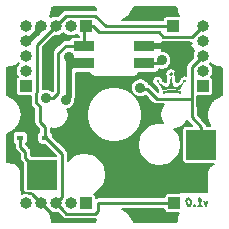
<source format=gbl>
G04 #@! TF.GenerationSoftware,KiCad,Pcbnew,5.1.5*
G04 #@! TF.CreationDate,2020-05-19T10:20:19+02:00*
G04 #@! TF.ProjectId,amoeba-king,616d6f65-6261-42d6-9b69-6e672e6b6963,rev?*
G04 #@! TF.SameCoordinates,Original*
G04 #@! TF.FileFunction,Copper,L2,Bot*
G04 #@! TF.FilePolarity,Positive*
%FSLAX46Y46*%
G04 Gerber Fmt 4.6, Leading zero omitted, Abs format (unit mm)*
G04 Created by KiCad (PCBNEW 5.1.5) date 2020-05-19 10:20:19*
%MOMM*%
%LPD*%
G04 APERTURE LIST*
%ADD10C,0.158750*%
%ADD11C,0.094155*%
%ADD12C,0.150000*%
%ADD13R,2.550000X2.500000*%
%ADD14R,1.000000X1.000000*%
%ADD15O,1.000000X1.000000*%
%ADD16R,0.600000X0.450000*%
%ADD17R,1.800000X0.820000*%
%ADD18C,0.889000*%
%ADD19C,0.254000*%
%ADD20C,0.152400*%
%ADD21C,0.508000*%
%ADD22C,0.203200*%
G04 APERTURE END LIST*
D10*
X83320476Y-175962128D02*
X83222202Y-176385461D01*
X83018095Y-175962128D01*
X82496488Y-176385461D02*
X82859345Y-176385461D01*
X82677916Y-176385461D02*
X82598541Y-175750461D01*
X82670357Y-175841176D01*
X82738392Y-175901652D01*
X82802648Y-175931890D01*
X82216785Y-176324985D02*
X82190327Y-176355223D01*
X82224345Y-176385461D01*
X82250803Y-176355223D01*
X82216785Y-176324985D01*
X82224345Y-176385461D01*
X81721636Y-175750461D02*
X81661160Y-175750461D01*
X81604464Y-175780700D01*
X81578005Y-175810938D01*
X81555327Y-175871414D01*
X81540208Y-175992366D01*
X81559107Y-176143557D01*
X81604464Y-176264509D01*
X81642261Y-176324985D01*
X81676279Y-176355223D01*
X81740535Y-176385461D01*
X81801011Y-176385461D01*
X81857708Y-176355223D01*
X81884166Y-176324985D01*
X81906845Y-176264509D01*
X81921964Y-176143557D01*
X81903065Y-175992366D01*
X81857708Y-175871414D01*
X81819910Y-175810938D01*
X81785892Y-175780700D01*
X81721636Y-175750461D01*
D11*
G36*
X80253119Y-166577236D02*
G01*
X80281417Y-166577148D01*
X80309578Y-166577326D01*
X80337592Y-166577770D01*
X80365450Y-166578480D01*
X80393143Y-166579455D01*
X80420661Y-166580693D01*
X80447995Y-166582196D01*
X80475135Y-166583961D01*
X80502071Y-166585989D01*
X80528795Y-166588279D01*
X80555296Y-166590830D01*
X80581566Y-166593642D01*
X80607595Y-166596714D01*
X80633373Y-166600045D01*
X80658892Y-166603635D01*
X80684140Y-166607484D01*
X80709110Y-166611590D01*
X80733792Y-166615954D01*
X80758176Y-166620574D01*
X80782252Y-166625450D01*
X80806012Y-166630581D01*
X80829446Y-166635967D01*
X80852544Y-166641608D01*
X80875297Y-166647502D01*
X80897695Y-166653649D01*
X80919729Y-166660048D01*
X80941391Y-166666700D01*
X80962669Y-166673602D01*
X80983555Y-166680756D01*
X80975948Y-166704918D01*
X80970104Y-166727891D01*
X80965807Y-166750229D01*
X80962844Y-166772486D01*
X80961001Y-166795217D01*
X80939717Y-166789010D01*
X80918074Y-166782965D01*
X80896082Y-166777087D01*
X80873746Y-166771382D01*
X80851074Y-166765855D01*
X80828073Y-166760512D01*
X80804749Y-166755358D01*
X80781110Y-166750400D01*
X80757164Y-166745642D01*
X80732916Y-166741091D01*
X80708374Y-166736752D01*
X80683545Y-166732630D01*
X80658437Y-166728732D01*
X80633055Y-166725062D01*
X80607408Y-166721627D01*
X80581502Y-166718433D01*
X80555344Y-166715484D01*
X80528942Y-166712786D01*
X80502302Y-166710346D01*
X80475431Y-166708168D01*
X80448337Y-166706258D01*
X80421026Y-166704623D01*
X80393506Y-166703267D01*
X80365784Y-166702196D01*
X80337866Y-166701416D01*
X80309759Y-166700932D01*
X80281472Y-166700751D01*
X80253010Y-166700877D01*
X80224559Y-166701296D01*
X80196304Y-166701991D01*
X80168249Y-166702959D01*
X80140399Y-166704197D01*
X80112762Y-166705702D01*
X80085341Y-166707470D01*
X80058142Y-166709500D01*
X80031170Y-166711787D01*
X80004432Y-166714330D01*
X79977932Y-166717125D01*
X79951676Y-166720169D01*
X79925669Y-166723459D01*
X79899917Y-166726993D01*
X79874425Y-166730767D01*
X79849198Y-166734779D01*
X79824243Y-166739024D01*
X79799563Y-166743502D01*
X79775166Y-166748208D01*
X79751055Y-166753140D01*
X79727237Y-166758294D01*
X79703717Y-166763669D01*
X79680500Y-166769260D01*
X79657592Y-166775065D01*
X79634998Y-166781081D01*
X79612724Y-166787304D01*
X79590775Y-166793733D01*
X79569156Y-166800365D01*
X79547873Y-166807195D01*
X79545963Y-166786218D01*
X79542417Y-166764930D01*
X79537416Y-166743170D01*
X79531142Y-166720778D01*
X79523775Y-166697594D01*
X79544425Y-166690196D01*
X79565465Y-166683017D01*
X79586888Y-166676058D01*
X79608687Y-166669320D01*
X79630852Y-166662805D01*
X79653378Y-166656514D01*
X79676256Y-166650449D01*
X79699478Y-166644612D01*
X79723037Y-166639003D01*
X79746924Y-166633625D01*
X79771134Y-166628479D01*
X79795657Y-166623567D01*
X79820486Y-166618889D01*
X79845613Y-166614448D01*
X79871032Y-166610245D01*
X79896733Y-166606281D01*
X79922710Y-166602559D01*
X79948954Y-166599079D01*
X79975459Y-166595842D01*
X80002216Y-166592852D01*
X80029217Y-166590108D01*
X80056456Y-166587614D01*
X80083924Y-166585369D01*
X80111613Y-166583375D01*
X80139517Y-166581635D01*
X80167627Y-166580150D01*
X80195936Y-166578920D01*
X80224436Y-166577949D01*
X80253119Y-166577236D01*
G37*
X80253119Y-166577236D02*
X80281417Y-166577148D01*
X80309578Y-166577326D01*
X80337592Y-166577770D01*
X80365450Y-166578480D01*
X80393143Y-166579455D01*
X80420661Y-166580693D01*
X80447995Y-166582196D01*
X80475135Y-166583961D01*
X80502071Y-166585989D01*
X80528795Y-166588279D01*
X80555296Y-166590830D01*
X80581566Y-166593642D01*
X80607595Y-166596714D01*
X80633373Y-166600045D01*
X80658892Y-166603635D01*
X80684140Y-166607484D01*
X80709110Y-166611590D01*
X80733792Y-166615954D01*
X80758176Y-166620574D01*
X80782252Y-166625450D01*
X80806012Y-166630581D01*
X80829446Y-166635967D01*
X80852544Y-166641608D01*
X80875297Y-166647502D01*
X80897695Y-166653649D01*
X80919729Y-166660048D01*
X80941391Y-166666700D01*
X80962669Y-166673602D01*
X80983555Y-166680756D01*
X80975948Y-166704918D01*
X80970104Y-166727891D01*
X80965807Y-166750229D01*
X80962844Y-166772486D01*
X80961001Y-166795217D01*
X80939717Y-166789010D01*
X80918074Y-166782965D01*
X80896082Y-166777087D01*
X80873746Y-166771382D01*
X80851074Y-166765855D01*
X80828073Y-166760512D01*
X80804749Y-166755358D01*
X80781110Y-166750400D01*
X80757164Y-166745642D01*
X80732916Y-166741091D01*
X80708374Y-166736752D01*
X80683545Y-166732630D01*
X80658437Y-166728732D01*
X80633055Y-166725062D01*
X80607408Y-166721627D01*
X80581502Y-166718433D01*
X80555344Y-166715484D01*
X80528942Y-166712786D01*
X80502302Y-166710346D01*
X80475431Y-166708168D01*
X80448337Y-166706258D01*
X80421026Y-166704623D01*
X80393506Y-166703267D01*
X80365784Y-166702196D01*
X80337866Y-166701416D01*
X80309759Y-166700932D01*
X80281472Y-166700751D01*
X80253010Y-166700877D01*
X80224559Y-166701296D01*
X80196304Y-166701991D01*
X80168249Y-166702959D01*
X80140399Y-166704197D01*
X80112762Y-166705702D01*
X80085341Y-166707470D01*
X80058142Y-166709500D01*
X80031170Y-166711787D01*
X80004432Y-166714330D01*
X79977932Y-166717125D01*
X79951676Y-166720169D01*
X79925669Y-166723459D01*
X79899917Y-166726993D01*
X79874425Y-166730767D01*
X79849198Y-166734779D01*
X79824243Y-166739024D01*
X79799563Y-166743502D01*
X79775166Y-166748208D01*
X79751055Y-166753140D01*
X79727237Y-166758294D01*
X79703717Y-166763669D01*
X79680500Y-166769260D01*
X79657592Y-166775065D01*
X79634998Y-166781081D01*
X79612724Y-166787304D01*
X79590775Y-166793733D01*
X79569156Y-166800365D01*
X79547873Y-166807195D01*
X79545963Y-166786218D01*
X79542417Y-166764930D01*
X79537416Y-166743170D01*
X79531142Y-166720778D01*
X79523775Y-166697594D01*
X79544425Y-166690196D01*
X79565465Y-166683017D01*
X79586888Y-166676058D01*
X79608687Y-166669320D01*
X79630852Y-166662805D01*
X79653378Y-166656514D01*
X79676256Y-166650449D01*
X79699478Y-166644612D01*
X79723037Y-166639003D01*
X79746924Y-166633625D01*
X79771134Y-166628479D01*
X79795657Y-166623567D01*
X79820486Y-166618889D01*
X79845613Y-166614448D01*
X79871032Y-166610245D01*
X79896733Y-166606281D01*
X79922710Y-166602559D01*
X79948954Y-166599079D01*
X79975459Y-166595842D01*
X80002216Y-166592852D01*
X80029217Y-166590108D01*
X80056456Y-166587614D01*
X80083924Y-166585369D01*
X80111613Y-166583375D01*
X80139517Y-166581635D01*
X80167627Y-166580150D01*
X80195936Y-166578920D01*
X80224436Y-166577949D01*
X80253119Y-166577236D01*
D12*
G36*
X80249014Y-165074243D02*
G01*
X80272639Y-165076137D01*
X80295056Y-165081623D01*
X80315962Y-165090406D01*
X80335057Y-165102192D01*
X80352040Y-165116685D01*
X80366610Y-165133592D01*
X80378466Y-165152617D01*
X80387307Y-165173465D01*
X80392832Y-165195842D01*
X80394741Y-165219454D01*
X80392765Y-165243226D01*
X80387052Y-165265616D01*
X80377927Y-165286354D01*
X80365714Y-165305172D01*
X80350738Y-165321801D01*
X80333322Y-165335971D01*
X80313792Y-165347415D01*
X80292471Y-165355863D01*
X80269684Y-165361047D01*
X80272159Y-165388946D01*
X80274720Y-165417145D01*
X80277381Y-165445601D01*
X80280151Y-165474273D01*
X80283041Y-165503118D01*
X80286062Y-165532093D01*
X80289225Y-165561155D01*
X80292542Y-165590264D01*
X80296022Y-165619375D01*
X80299677Y-165648447D01*
X80303517Y-165677436D01*
X80307554Y-165706302D01*
X80311798Y-165735000D01*
X80316261Y-165763489D01*
X80320953Y-165791727D01*
X80325885Y-165819670D01*
X80331068Y-165847277D01*
X80336512Y-165874504D01*
X80342230Y-165901310D01*
X80348231Y-165927652D01*
X80354527Y-165953487D01*
X80361128Y-165978774D01*
X80368046Y-166003469D01*
X80375290Y-166027530D01*
X80382873Y-166050915D01*
X80390805Y-166073582D01*
X80399097Y-166095487D01*
X80407760Y-166116588D01*
X80416804Y-166136843D01*
X80426241Y-166156210D01*
X80436081Y-166174646D01*
X80446336Y-166192108D01*
X80457016Y-166208554D01*
X80468132Y-166223942D01*
X80479695Y-166238230D01*
X80491716Y-166251373D01*
X80504206Y-166263332D01*
X80517176Y-166274061D01*
X80530636Y-166283521D01*
X80544598Y-166291667D01*
X80559072Y-166298458D01*
X80576086Y-166304560D01*
X80593834Y-166308821D01*
X80612268Y-166311316D01*
X80631342Y-166312118D01*
X80651009Y-166311300D01*
X80671222Y-166308938D01*
X80691934Y-166305103D01*
X80713098Y-166299871D01*
X80734669Y-166293314D01*
X80756597Y-166285507D01*
X80778838Y-166276523D01*
X80801344Y-166266437D01*
X80824067Y-166255321D01*
X80846962Y-166243250D01*
X80869982Y-166230298D01*
X80893078Y-166216537D01*
X80916206Y-166202043D01*
X80939317Y-166186889D01*
X80962365Y-166171148D01*
X80985304Y-166154894D01*
X81008085Y-166138201D01*
X81030663Y-166121143D01*
X81052990Y-166103794D01*
X81075020Y-166086227D01*
X81096706Y-166068516D01*
X81118001Y-166050735D01*
X81138858Y-166032957D01*
X81159230Y-166015257D01*
X81179070Y-165997708D01*
X81198332Y-165980384D01*
X81216969Y-165963359D01*
X81234933Y-165946706D01*
X81252178Y-165930499D01*
X81268658Y-165914813D01*
X81284324Y-165899720D01*
X81299131Y-165885294D01*
X81313031Y-165871610D01*
X81299247Y-165855290D01*
X81288462Y-165836776D01*
X81281436Y-165816301D01*
X81278925Y-165794096D01*
X81281198Y-165771440D01*
X81287721Y-165750316D01*
X81298045Y-165731183D01*
X81311725Y-165714500D01*
X81328314Y-165700725D01*
X81347364Y-165690318D01*
X81368429Y-165683737D01*
X81391063Y-165681441D01*
X81413718Y-165683737D01*
X81434842Y-165690318D01*
X81453975Y-165700725D01*
X81470659Y-165714500D01*
X81484433Y-165731183D01*
X81494841Y-165750316D01*
X81501422Y-165771440D01*
X81503717Y-165794096D01*
X81501422Y-165816729D01*
X81494841Y-165837794D01*
X81484433Y-165856845D01*
X81470659Y-165873433D01*
X81453975Y-165887113D01*
X81434842Y-165897438D01*
X81413718Y-165903960D01*
X81391063Y-165906234D01*
X81369947Y-165906647D01*
X81355025Y-165902338D01*
X81340420Y-165893831D01*
X81124929Y-166256600D01*
X81109570Y-166285825D01*
X81095310Y-166314300D01*
X81082133Y-166342022D01*
X81070019Y-166368988D01*
X81058952Y-166395197D01*
X81048913Y-166420646D01*
X81039885Y-166445333D01*
X81031849Y-166469256D01*
X81024789Y-166492414D01*
X81018686Y-166514802D01*
X81013522Y-166536421D01*
X81009280Y-166557266D01*
X81005942Y-166577337D01*
X81003490Y-166596631D01*
X80981755Y-166590171D01*
X80959661Y-166583884D01*
X80937218Y-166577775D01*
X80914432Y-166571850D01*
X80891313Y-166566113D01*
X80867867Y-166560572D01*
X80844103Y-166555230D01*
X80820030Y-166550095D01*
X80795655Y-166545170D01*
X80770986Y-166540462D01*
X80746032Y-166535976D01*
X80720801Y-166531718D01*
X80695300Y-166527693D01*
X80669539Y-166523906D01*
X80643524Y-166520363D01*
X80617264Y-166517071D01*
X80590767Y-166514033D01*
X80564042Y-166511256D01*
X80537096Y-166508745D01*
X80509937Y-166506505D01*
X80482574Y-166504543D01*
X80455015Y-166502863D01*
X80427267Y-166501471D01*
X80399340Y-166500373D01*
X80371240Y-166499574D01*
X80342976Y-166499080D01*
X80314556Y-166498895D01*
X80285989Y-166499027D01*
X80257282Y-166499479D01*
X80228219Y-166499795D01*
X80199364Y-166500394D01*
X80170720Y-166501274D01*
X80142291Y-166502432D01*
X80114081Y-166503862D01*
X80086094Y-166505563D01*
X80058335Y-166507530D01*
X80030806Y-166509760D01*
X80003513Y-166512250D01*
X79976459Y-166514995D01*
X79949647Y-166517993D01*
X79923083Y-166521240D01*
X79896770Y-166524732D01*
X79870711Y-166528465D01*
X79844912Y-166532437D01*
X79819376Y-166536644D01*
X79794106Y-166541083D01*
X79769108Y-166545749D01*
X79744384Y-166550639D01*
X79719939Y-166555750D01*
X79695777Y-166561078D01*
X79671902Y-166566620D01*
X79648317Y-166572372D01*
X79625028Y-166578330D01*
X79602037Y-166584492D01*
X79579349Y-166590853D01*
X79556968Y-166597411D01*
X79534897Y-166604161D01*
X79513141Y-166611100D01*
X79509923Y-166591604D01*
X79506083Y-166571466D01*
X79501548Y-166550676D01*
X79496239Y-166529219D01*
X79490082Y-166507083D01*
X79483000Y-166484255D01*
X79474918Y-166460723D01*
X79465760Y-166436474D01*
X79455449Y-166411494D01*
X79443909Y-166385772D01*
X79431066Y-166359295D01*
X79416842Y-166332050D01*
X79401162Y-166304023D01*
X79383950Y-166275203D01*
X79167943Y-165905717D01*
X79151778Y-165913702D01*
X79134449Y-165919815D01*
X79116266Y-165922253D01*
X79093611Y-165919980D01*
X79072487Y-165913457D01*
X79053354Y-165903133D01*
X79036670Y-165889453D01*
X79022896Y-165872864D01*
X79012488Y-165853814D01*
X79005907Y-165832749D01*
X79003612Y-165810115D01*
X79005907Y-165787460D01*
X79012488Y-165766336D01*
X79022896Y-165747203D01*
X79036670Y-165730520D01*
X79053354Y-165716745D01*
X79072487Y-165706337D01*
X79093611Y-165699756D01*
X79116266Y-165697461D01*
X79138900Y-165699756D01*
X79159965Y-165706337D01*
X79179015Y-165716745D01*
X79195604Y-165730520D01*
X79209284Y-165747203D01*
X79219608Y-165766336D01*
X79226131Y-165787460D01*
X79228404Y-165810115D01*
X79225648Y-165830654D01*
X79218255Y-165850906D01*
X79207539Y-165870012D01*
X79194814Y-165887113D01*
X79208519Y-165900188D01*
X79223175Y-165914033D01*
X79238734Y-165928571D01*
X79255146Y-165943728D01*
X79272364Y-165959429D01*
X79290338Y-165975599D01*
X79309020Y-165992162D01*
X79328361Y-166009043D01*
X79348312Y-166026169D01*
X79368825Y-166043462D01*
X79389851Y-166060848D01*
X79411342Y-166078253D01*
X79433247Y-166095600D01*
X79455520Y-166112815D01*
X79478111Y-166129822D01*
X79500971Y-166146547D01*
X79524053Y-166162915D01*
X79547306Y-166178850D01*
X79570682Y-166194277D01*
X79594134Y-166209121D01*
X79617611Y-166223307D01*
X79641065Y-166236760D01*
X79664448Y-166249404D01*
X79687711Y-166261165D01*
X79710806Y-166271968D01*
X79733682Y-166281737D01*
X79756293Y-166290397D01*
X79778588Y-166297873D01*
X79800520Y-166304091D01*
X79822040Y-166308974D01*
X79843098Y-166312448D01*
X79863647Y-166314437D01*
X79883638Y-166314868D01*
X79903021Y-166313663D01*
X79921749Y-166310749D01*
X79939772Y-166306050D01*
X79957042Y-166299491D01*
X79971865Y-166279394D01*
X79986096Y-166258869D01*
X79999748Y-166237932D01*
X80012836Y-166216602D01*
X80025373Y-166194897D01*
X80037374Y-166172833D01*
X80048851Y-166150428D01*
X80059819Y-166127701D01*
X80070292Y-166104668D01*
X80080282Y-166081347D01*
X80089806Y-166057756D01*
X80098875Y-166033913D01*
X80107504Y-166009834D01*
X80115706Y-165985538D01*
X80123497Y-165961043D01*
X80130888Y-165936365D01*
X80137895Y-165911522D01*
X80144531Y-165886533D01*
X80150809Y-165861414D01*
X80156744Y-165836184D01*
X80162350Y-165810859D01*
X80167640Y-165785458D01*
X80172628Y-165759998D01*
X80177328Y-165734496D01*
X80181753Y-165708971D01*
X80185918Y-165683440D01*
X80189837Y-165657920D01*
X80193523Y-165632429D01*
X80196990Y-165606984D01*
X80200252Y-165581604D01*
X80203322Y-165556306D01*
X80206215Y-165531107D01*
X80208945Y-165506026D01*
X80211524Y-165481079D01*
X80213968Y-165456284D01*
X80216289Y-165431659D01*
X80218502Y-165407222D01*
X80220621Y-165382990D01*
X80222659Y-165358980D01*
X80198371Y-165354846D01*
X80182416Y-165350464D01*
X80166074Y-165341631D01*
X80150119Y-165328781D01*
X80135326Y-165312348D01*
X80122472Y-165292764D01*
X80112330Y-165270465D01*
X80105676Y-165245884D01*
X80103286Y-165219454D01*
X80105195Y-165195842D01*
X80110720Y-165173465D01*
X80119561Y-165152617D01*
X80131417Y-165133592D01*
X80145987Y-165116685D01*
X80162970Y-165102192D01*
X80182065Y-165090406D01*
X80202971Y-165081623D01*
X80225388Y-165076137D01*
X80249014Y-165074243D01*
G37*
D13*
X82798000Y-171196000D03*
X69348000Y-173736000D03*
D14*
X80518000Y-176149000D03*
X80391000Y-161163000D03*
D15*
X69215000Y-161163000D03*
X70485000Y-161163000D03*
X71755000Y-161163000D03*
D14*
X73025000Y-161163000D03*
D15*
X82931000Y-161163000D03*
X82931000Y-162433000D03*
X82931000Y-163703000D03*
X82931000Y-164973000D03*
D14*
X82931000Y-166243000D03*
D15*
X67945000Y-161163000D03*
X67945000Y-162433000D03*
X67945000Y-163703000D03*
X67945000Y-164973000D03*
D14*
X67945000Y-166243000D03*
D15*
X67945000Y-176149000D03*
X69215000Y-176149000D03*
X70485000Y-176149000D03*
X71755000Y-176149000D03*
D14*
X73025000Y-176149000D03*
D16*
X67479200Y-170611800D03*
X69579200Y-170611800D03*
D17*
X72888000Y-162826000D03*
X72888000Y-164326000D03*
X77988000Y-164326000D03*
X77988000Y-162826000D03*
D18*
X69646800Y-167259000D03*
X73964800Y-171272200D03*
X78867000Y-168402000D03*
X79070200Y-160121600D03*
X82829400Y-167741600D03*
X76962000Y-172085000D03*
X82626200Y-173253400D03*
X66700400Y-165023800D03*
X67081400Y-172186600D03*
X70510400Y-159867600D03*
X72745600Y-167817800D03*
X67691000Y-167614600D03*
X71120000Y-170840400D03*
X78359000Y-177038000D03*
X81407000Y-162941000D03*
X79883000Y-174625000D03*
X75819000Y-175133000D03*
X79451200Y-164058600D03*
X71323200Y-167386000D03*
X71577200Y-163804600D03*
X80949800Y-165201600D03*
X73025000Y-165455600D03*
X69951600Y-162915600D03*
X69011800Y-171678600D03*
X77647800Y-166395400D03*
D19*
X73634600Y-161163000D02*
X74156090Y-161684490D01*
X73025000Y-161163000D02*
X73634600Y-161163000D01*
X72888000Y-161300000D02*
X73025000Y-161163000D01*
X72888000Y-162773200D02*
X72888000Y-161300000D01*
X72888000Y-162826000D02*
X72888000Y-162773200D01*
X72825200Y-162763200D02*
X72888000Y-162826000D01*
X82049999Y-162044001D02*
X82431001Y-161662999D01*
X82431001Y-161662999D02*
X82931000Y-161163000D01*
X79586199Y-162044001D02*
X82049999Y-162044001D01*
X79226688Y-161684490D02*
X79586199Y-162044001D01*
X74156090Y-161684490D02*
X79226688Y-161684490D01*
X80518000Y-176149000D02*
X74041000Y-176149000D01*
X70984999Y-176648999D02*
X70485000Y-176149000D01*
X71366001Y-177030001D02*
X70984999Y-176648999D01*
X73829801Y-177030001D02*
X71366001Y-177030001D01*
X74041000Y-176818802D02*
X73829801Y-177030001D01*
X74041000Y-176149000D02*
X74041000Y-176818802D01*
X70984999Y-160663001D02*
X70485000Y-161163000D01*
X73829801Y-160281999D02*
X71366001Y-160281999D01*
X74710802Y-161163000D02*
X73829801Y-160281999D01*
X71366001Y-160281999D02*
X70984999Y-160663001D01*
X80391000Y-161163000D02*
X74710802Y-161163000D01*
X69215000Y-176149000D02*
X70002400Y-176936400D01*
X70002400Y-176936400D02*
X70205600Y-177139600D01*
X69215000Y-176149000D02*
X68466883Y-175400883D01*
D20*
X68382201Y-175316201D02*
X68466883Y-175400883D01*
X67848801Y-175316201D02*
X68382201Y-175316201D01*
X67563210Y-175030610D02*
X67848801Y-175316201D01*
X67030600Y-172440600D02*
X67563210Y-172973210D01*
X67563210Y-172973210D02*
X67563210Y-175030610D01*
X68356801Y-175316201D02*
X68453000Y-175316201D01*
X68425581Y-175400883D02*
X68343497Y-175318799D01*
X68466883Y-175400883D02*
X68425581Y-175400883D01*
D21*
X68166842Y-162433000D02*
X67945000Y-162433000D01*
X69215000Y-161163000D02*
X69138800Y-161163000D01*
X69138800Y-161163000D02*
X68953001Y-161348799D01*
X68953001Y-161348799D02*
X68953001Y-161646841D01*
X68953001Y-161646841D02*
X68166842Y-162433000D01*
D19*
X79183800Y-164326000D02*
X79451200Y-164058600D01*
X77988000Y-164326000D02*
X79183800Y-164326000D01*
D21*
X71577200Y-167132000D02*
X71323200Y-167386000D01*
X71590600Y-164326000D02*
X71577200Y-164312600D01*
X71577200Y-163804600D02*
X71577200Y-164312600D01*
X72888000Y-164326000D02*
X71590600Y-164326000D01*
X72098600Y-164326000D02*
X71577200Y-163804600D01*
X72888000Y-164326000D02*
X72098600Y-164326000D01*
X71995600Y-164326000D02*
X71577200Y-164744400D01*
X72888000Y-164326000D02*
X71995600Y-164326000D01*
X71577200Y-164312600D02*
X71577200Y-164744400D01*
X71577200Y-164744400D02*
X71577200Y-167132000D01*
D19*
X72825200Y-162763200D02*
X72825200Y-162763200D01*
X70688190Y-163471868D02*
X71334058Y-162826000D01*
X70688190Y-166846227D02*
X70688190Y-163471868D01*
X70275417Y-167259000D02*
X70688190Y-166846227D01*
X71334058Y-162826000D02*
X72888000Y-162826000D01*
X69646800Y-167259000D02*
X70275417Y-167259000D01*
X69654200Y-170611800D02*
X69579200Y-170611800D01*
X71004001Y-175629999D02*
X71004001Y-171961601D01*
X71004001Y-171961601D02*
X69654200Y-170611800D01*
X70485000Y-176149000D02*
X71004001Y-175629999D01*
X68922899Y-162725101D02*
X70485000Y-161163000D01*
X68922899Y-166761159D02*
X68922899Y-162725101D01*
X69579200Y-169699082D02*
X69126999Y-169246881D01*
X68821299Y-166862759D02*
X68922899Y-166761159D01*
X69579200Y-170611800D02*
X69579200Y-169699082D01*
X69126999Y-169246881D02*
X69126999Y-167960941D01*
X68821299Y-167655241D02*
X68821299Y-166862759D01*
X69126999Y-167960941D02*
X68821299Y-167655241D01*
X82798000Y-171196000D02*
X82798000Y-171190000D01*
X82798000Y-169692000D02*
X82798000Y-171196000D01*
X82003899Y-168897899D02*
X82798000Y-169692000D01*
X82931000Y-163703000D02*
X82003899Y-164630101D01*
X79013017Y-167309800D02*
X81991200Y-167309800D01*
X78174817Y-166471600D02*
X79013017Y-167309800D01*
X77546200Y-166471600D02*
X78174817Y-166471600D01*
X82003899Y-164630101D02*
X81991200Y-167309800D01*
X81991200Y-167309800D02*
X82003899Y-168897899D01*
X68224400Y-172612400D02*
X69348000Y-173736000D01*
X67479200Y-171362658D02*
X67906901Y-171790359D01*
X67479200Y-170611800D02*
X67479200Y-171362658D01*
X67906901Y-172294901D02*
X69348000Y-173736000D01*
X67906901Y-171790359D02*
X67906901Y-172294901D01*
D22*
G36*
X79660680Y-176649000D02*
G01*
X79667546Y-176718710D01*
X79687879Y-176785740D01*
X79720899Y-176847516D01*
X79765337Y-176901663D01*
X79819484Y-176946101D01*
X79881260Y-176979121D01*
X79948290Y-176999454D01*
X80018000Y-177006320D01*
X80895315Y-177006320D01*
X80895315Y-177014817D01*
X80842790Y-177113602D01*
X80828788Y-177147573D01*
X80814299Y-177181379D01*
X80812624Y-177186789D01*
X80776804Y-177305429D01*
X80769660Y-177341510D01*
X80762021Y-177377451D01*
X80761429Y-177383083D01*
X80749336Y-177506420D01*
X80749336Y-177506422D01*
X80741124Y-177590177D01*
X80728292Y-177632679D01*
X80707454Y-177671869D01*
X80679394Y-177706274D01*
X80645194Y-177734567D01*
X80606141Y-177755682D01*
X80563735Y-177768809D01*
X80501031Y-177775400D01*
X77060862Y-177775400D01*
X76991916Y-177558053D01*
X76977444Y-177524288D01*
X76963425Y-177490276D01*
X76960732Y-177485295D01*
X76841324Y-177268092D01*
X76820563Y-177237773D01*
X76800211Y-177207141D01*
X76796602Y-177202777D01*
X76637279Y-177012905D01*
X76611020Y-176987191D01*
X76585112Y-176961101D01*
X76580723Y-176957521D01*
X76387556Y-176802210D01*
X76356803Y-176782086D01*
X76326317Y-176761523D01*
X76321317Y-176758864D01*
X76101662Y-176644032D01*
X76070891Y-176631600D01*
X79660680Y-176631600D01*
X79660680Y-176649000D01*
G37*
X79660680Y-176649000D02*
X79667546Y-176718710D01*
X79687879Y-176785740D01*
X79720899Y-176847516D01*
X79765337Y-176901663D01*
X79819484Y-176946101D01*
X79881260Y-176979121D01*
X79948290Y-176999454D01*
X80018000Y-177006320D01*
X80895315Y-177006320D01*
X80895315Y-177014817D01*
X80842790Y-177113602D01*
X80828788Y-177147573D01*
X80814299Y-177181379D01*
X80812624Y-177186789D01*
X80776804Y-177305429D01*
X80769660Y-177341510D01*
X80762021Y-177377451D01*
X80761429Y-177383083D01*
X80749336Y-177506420D01*
X80749336Y-177506422D01*
X80741124Y-177590177D01*
X80728292Y-177632679D01*
X80707454Y-177671869D01*
X80679394Y-177706274D01*
X80645194Y-177734567D01*
X80606141Y-177755682D01*
X80563735Y-177768809D01*
X80501031Y-177775400D01*
X77060862Y-177775400D01*
X76991916Y-177558053D01*
X76977444Y-177524288D01*
X76963425Y-177490276D01*
X76960732Y-177485295D01*
X76841324Y-177268092D01*
X76820563Y-177237773D01*
X76800211Y-177207141D01*
X76796602Y-177202777D01*
X76637279Y-177012905D01*
X76611020Y-176987191D01*
X76585112Y-176961101D01*
X76580723Y-176957521D01*
X76387556Y-176802210D01*
X76356803Y-176782086D01*
X76326317Y-176761523D01*
X76321317Y-176758864D01*
X76101662Y-176644032D01*
X76070891Y-176631600D01*
X79660680Y-176631600D01*
X79660680Y-176649000D01*
G36*
X70079721Y-176907223D02*
G01*
X70235431Y-176971720D01*
X70400731Y-177004600D01*
X70569269Y-177004600D01*
X70643363Y-176989862D01*
X71007984Y-177354483D01*
X71023100Y-177372902D01*
X71096586Y-177433210D01*
X71180424Y-177478023D01*
X71271395Y-177505618D01*
X71342294Y-177512601D01*
X71342295Y-177512601D01*
X71366000Y-177514936D01*
X71389705Y-177512601D01*
X73806096Y-177512601D01*
X73829801Y-177514936D01*
X73853506Y-177512601D01*
X73853508Y-177512601D01*
X73905344Y-177507496D01*
X73891696Y-177540609D01*
X73877214Y-177574399D01*
X73875539Y-177579809D01*
X73816486Y-177775400D01*
X70377832Y-177775400D01*
X70313823Y-177769124D01*
X70271321Y-177756292D01*
X70232131Y-177735454D01*
X70197726Y-177707394D01*
X70169433Y-177673194D01*
X70148318Y-177634141D01*
X70135191Y-177591735D01*
X70126861Y-177512491D01*
X70126915Y-177504804D01*
X70126363Y-177499168D01*
X70113408Y-177375917D01*
X70106011Y-177339885D01*
X70099127Y-177303799D01*
X70097491Y-177298377D01*
X70060844Y-177179989D01*
X70046590Y-177146080D01*
X70032827Y-177112016D01*
X70030169Y-177107015D01*
X69971225Y-176998000D01*
X69953668Y-176971971D01*
X70043007Y-176882692D01*
X70079721Y-176907223D01*
G37*
X70079721Y-176907223D02*
X70235431Y-176971720D01*
X70400731Y-177004600D01*
X70569269Y-177004600D01*
X70643363Y-176989862D01*
X71007984Y-177354483D01*
X71023100Y-177372902D01*
X71096586Y-177433210D01*
X71180424Y-177478023D01*
X71271395Y-177505618D01*
X71342294Y-177512601D01*
X71342295Y-177512601D01*
X71366000Y-177514936D01*
X71389705Y-177512601D01*
X73806096Y-177512601D01*
X73829801Y-177514936D01*
X73853506Y-177512601D01*
X73853508Y-177512601D01*
X73905344Y-177507496D01*
X73891696Y-177540609D01*
X73877214Y-177574399D01*
X73875539Y-177579809D01*
X73816486Y-177775400D01*
X70377832Y-177775400D01*
X70313823Y-177769124D01*
X70271321Y-177756292D01*
X70232131Y-177735454D01*
X70197726Y-177707394D01*
X70169433Y-177673194D01*
X70148318Y-177634141D01*
X70135191Y-177591735D01*
X70126861Y-177512491D01*
X70126915Y-177504804D01*
X70126363Y-177499168D01*
X70113408Y-177375917D01*
X70106011Y-177339885D01*
X70099127Y-177303799D01*
X70097491Y-177298377D01*
X70060844Y-177179989D01*
X70046590Y-177146080D01*
X70032827Y-177112016D01*
X70030169Y-177107015D01*
X69971225Y-176998000D01*
X69953668Y-176971971D01*
X70043007Y-176882692D01*
X70079721Y-176907223D01*
G36*
X69367400Y-175996600D02*
G01*
X69387400Y-175996600D01*
X69387400Y-176301400D01*
X69367400Y-176301400D01*
X69367400Y-176321400D01*
X69062600Y-176321400D01*
X69062600Y-176301400D01*
X69042600Y-176301400D01*
X69042600Y-175996600D01*
X69062600Y-175996600D01*
X69062600Y-175976600D01*
X69367400Y-175976600D01*
X69367400Y-175996600D01*
G37*
X69367400Y-175996600D02*
X69387400Y-175996600D01*
X69387400Y-176301400D01*
X69367400Y-176301400D01*
X69367400Y-176321400D01*
X69062600Y-176321400D01*
X69062600Y-176301400D01*
X69042600Y-176301400D01*
X69042600Y-175996600D01*
X69062600Y-175996600D01*
X69062600Y-175976600D01*
X69367400Y-175976600D01*
X69367400Y-175996600D01*
G36*
X79562492Y-162526601D02*
G01*
X79562493Y-162526601D01*
X79586198Y-162528936D01*
X79609903Y-162526601D01*
X81821400Y-162526601D01*
X81821400Y-162585402D01*
X81986009Y-162585402D01*
X81869288Y-162755458D01*
X81952237Y-162955736D01*
X82073024Y-163136639D01*
X82197308Y-163261007D01*
X82172777Y-163297721D01*
X82108280Y-163453431D01*
X82075400Y-163618731D01*
X82075400Y-163787269D01*
X82090138Y-163861363D01*
X81680226Y-164271275D01*
X81662627Y-164285579D01*
X81646696Y-164304805D01*
X81645886Y-164305615D01*
X81631566Y-164323065D01*
X81601972Y-164358779D01*
X81601424Y-164359793D01*
X81600691Y-164360686D01*
X81578794Y-164401651D01*
X81556762Y-164442404D01*
X81556422Y-164443505D01*
X81555877Y-164444525D01*
X81542406Y-164488934D01*
X81528736Y-164533243D01*
X81528617Y-164534393D01*
X81528283Y-164535495D01*
X81523739Y-164581629D01*
X81521417Y-164604108D01*
X81521412Y-164605253D01*
X81518964Y-164630101D01*
X81521187Y-164652668D01*
X81517911Y-165343904D01*
X81486904Y-165337481D01*
X81454509Y-165330485D01*
X81451616Y-165330171D01*
X81451530Y-165330153D01*
X81451445Y-165330152D01*
X81449573Y-165329949D01*
X81426918Y-165327653D01*
X81393453Y-165327544D01*
X81360118Y-165327190D01*
X81357617Y-165327426D01*
X81357517Y-165327426D01*
X81357420Y-165327445D01*
X81355175Y-165327657D01*
X81332541Y-165329953D01*
X81299875Y-165336535D01*
X81267139Y-165342868D01*
X81264597Y-165343643D01*
X81264507Y-165343661D01*
X81264423Y-165343696D01*
X81262389Y-165344316D01*
X81241324Y-165350897D01*
X81211315Y-165363604D01*
X81181255Y-165375900D01*
X81177457Y-165377940D01*
X81177416Y-165377957D01*
X81177383Y-165377979D01*
X81176881Y-165378249D01*
X81157831Y-165388656D01*
X81131523Y-165406567D01*
X81104986Y-165424002D01*
X81101144Y-165427147D01*
X81084554Y-165440922D01*
X81062415Y-165463298D01*
X81039926Y-165485205D01*
X81036751Y-165489022D01*
X81023070Y-165505705D01*
X81005479Y-165532030D01*
X80987486Y-165557966D01*
X80985097Y-165562319D01*
X80974773Y-165581452D01*
X80962309Y-165611174D01*
X80949450Y-165640663D01*
X80947951Y-165645397D01*
X80941429Y-165666521D01*
X80934834Y-165698762D01*
X80927905Y-165731005D01*
X80927536Y-165734436D01*
X80927520Y-165734514D01*
X80927520Y-165734589D01*
X80927374Y-165735942D01*
X80926312Y-165746532D01*
X80924787Y-165747881D01*
X80906925Y-165763399D01*
X80888682Y-165778949D01*
X80870281Y-165794314D01*
X80851693Y-165809494D01*
X80832993Y-165824405D01*
X80814375Y-165838873D01*
X80795814Y-165852896D01*
X80777405Y-165866385D01*
X80759270Y-165879235D01*
X80741539Y-165891345D01*
X80724258Y-165902676D01*
X80711478Y-165910684D01*
X80709536Y-165904234D01*
X80704397Y-165885890D01*
X80699336Y-165866501D01*
X80694350Y-165846043D01*
X80689492Y-165824716D01*
X80684764Y-165802552D01*
X80680167Y-165779559D01*
X80675734Y-165755944D01*
X80671445Y-165731644D01*
X80667308Y-165706743D01*
X80663350Y-165681477D01*
X80659542Y-165655725D01*
X80655856Y-165629368D01*
X80652350Y-165602898D01*
X80648969Y-165576005D01*
X80645727Y-165548880D01*
X80643050Y-165525380D01*
X80645091Y-165522613D01*
X80661268Y-165502907D01*
X80664000Y-165498761D01*
X80676213Y-165479943D01*
X80688245Y-165456715D01*
X80701380Y-165434102D01*
X80703411Y-165429572D01*
X80712536Y-165408833D01*
X80720878Y-165383387D01*
X80730351Y-165358336D01*
X80731612Y-165353534D01*
X80737325Y-165331144D01*
X80741442Y-165304285D01*
X80746697Y-165277628D01*
X80747143Y-165272683D01*
X80749119Y-165248911D01*
X80748725Y-165222316D01*
X80749550Y-165195749D01*
X80749184Y-165190798D01*
X80747275Y-165167186D01*
X80742626Y-165141405D01*
X80739221Y-165115431D01*
X80738065Y-165110602D01*
X80732540Y-165088225D01*
X80723942Y-165063903D01*
X80716592Y-165039218D01*
X80714686Y-165034633D01*
X80705845Y-165013785D01*
X80693747Y-164991577D01*
X80682857Y-164968777D01*
X80680261Y-164964545D01*
X80668405Y-164945520D01*
X80653241Y-164925780D01*
X80639199Y-164905236D01*
X80635984Y-164901452D01*
X80621414Y-164884545D01*
X80603516Y-164867473D01*
X80586628Y-164849441D01*
X80582874Y-164846191D01*
X80565892Y-164831698D01*
X80545542Y-164817514D01*
X80526037Y-164802229D01*
X80521830Y-164799592D01*
X80502736Y-164787806D01*
X80480177Y-164776762D01*
X80458259Y-164764518D01*
X80453695Y-164762563D01*
X80432789Y-164753780D01*
X80408380Y-164746230D01*
X80384401Y-164737430D01*
X80379586Y-164736216D01*
X80357169Y-164730730D01*
X80331468Y-164727048D01*
X80306003Y-164722106D01*
X80301056Y-164721674D01*
X80277431Y-164719780D01*
X80251480Y-164720240D01*
X80225550Y-164719418D01*
X80220598Y-164719780D01*
X80196972Y-164721674D01*
X80171415Y-164726265D01*
X80145690Y-164729584D01*
X80140859Y-164730730D01*
X80118441Y-164736216D01*
X80094332Y-164744683D01*
X80069829Y-164751889D01*
X80065238Y-164753780D01*
X80044332Y-164762563D01*
X80022228Y-164774508D01*
X79999534Y-164785228D01*
X79995291Y-164787806D01*
X79976196Y-164799592D01*
X79956460Y-164814618D01*
X79935935Y-164828502D01*
X79932135Y-164831699D01*
X79915152Y-164846191D01*
X79897997Y-164864004D01*
X79879880Y-164880807D01*
X79876613Y-164884545D01*
X79862043Y-164901452D01*
X79847708Y-164921807D01*
X79832278Y-164941324D01*
X79829622Y-164945519D01*
X79817766Y-164964545D01*
X79806550Y-164987209D01*
X79794152Y-165009228D01*
X79792182Y-165013786D01*
X79783341Y-165034633D01*
X79775637Y-165059245D01*
X79766712Y-165083413D01*
X79765487Y-165088225D01*
X79759962Y-165110602D01*
X79756191Y-165136549D01*
X79751187Y-165162240D01*
X79750752Y-165167186D01*
X79748843Y-165190798D01*
X79749318Y-165218679D01*
X79748719Y-165246531D01*
X79749131Y-165251479D01*
X79751521Y-165277910D01*
X79756841Y-165305887D01*
X79761166Y-165333998D01*
X79762430Y-165338800D01*
X79769084Y-165363381D01*
X79778434Y-165388065D01*
X79786613Y-165413153D01*
X79788637Y-165417687D01*
X79798779Y-165439986D01*
X79811247Y-165461532D01*
X79822492Y-165483717D01*
X79825187Y-165487887D01*
X79838042Y-165507472D01*
X79849339Y-165521483D01*
X79847399Y-165537470D01*
X79844453Y-165560390D01*
X79841385Y-165582910D01*
X79838119Y-165605496D01*
X79834693Y-165627806D01*
X79831071Y-165650004D01*
X79827284Y-165671854D01*
X79823288Y-165693539D01*
X79819086Y-165714988D01*
X79814661Y-165736234D01*
X79810067Y-165756987D01*
X79805212Y-165777629D01*
X79800183Y-165797749D01*
X79794902Y-165817637D01*
X79789419Y-165837075D01*
X79783714Y-165856125D01*
X79777774Y-165874801D01*
X79771648Y-165892945D01*
X79769403Y-165899212D01*
X79763756Y-165895638D01*
X79745771Y-165883769D01*
X79727392Y-165871174D01*
X79708802Y-165857991D01*
X79690075Y-165844290D01*
X79671137Y-165830033D01*
X79652339Y-165815503D01*
X79633654Y-165800706D01*
X79615036Y-165785628D01*
X79596733Y-165770493D01*
X79580436Y-165756754D01*
X79579955Y-165751961D01*
X79573471Y-165719599D01*
X79567332Y-165687295D01*
X79566336Y-165683987D01*
X79566321Y-165683912D01*
X79566292Y-165683843D01*
X79565900Y-165682540D01*
X79559377Y-165661417D01*
X79546923Y-165631732D01*
X79534883Y-165601858D01*
X79532556Y-165597472D01*
X79522232Y-165578339D01*
X79504548Y-165552073D01*
X79487380Y-165525587D01*
X79484259Y-165521725D01*
X79470579Y-165505042D01*
X79448340Y-165482765D01*
X79426572Y-165460141D01*
X79422775Y-165456942D01*
X79406186Y-165443167D01*
X79379849Y-165425332D01*
X79353851Y-165407094D01*
X79349511Y-165404683D01*
X79330461Y-165394275D01*
X79300468Y-165381513D01*
X79270734Y-165368430D01*
X79266643Y-165367120D01*
X79266600Y-165367102D01*
X79266559Y-165367093D01*
X79266005Y-165366916D01*
X79244940Y-165360335D01*
X79212228Y-165353531D01*
X79179709Y-165346506D01*
X79177085Y-165346221D01*
X79176993Y-165346202D01*
X79176901Y-165346201D01*
X79174772Y-165345970D01*
X79152139Y-165343675D01*
X79118685Y-165343564D01*
X79085370Y-165343206D01*
X79082831Y-165343445D01*
X79082738Y-165343445D01*
X79082647Y-165343463D01*
X79080426Y-165343672D01*
X79057771Y-165345967D01*
X79025203Y-165352525D01*
X78992591Y-165358807D01*
X78989823Y-165359649D01*
X78989736Y-165359666D01*
X78989656Y-165359699D01*
X78987841Y-165360251D01*
X78966717Y-165366831D01*
X78936872Y-165379440D01*
X78906940Y-165391622D01*
X78902810Y-165393831D01*
X78902787Y-165393841D01*
X78902768Y-165393854D01*
X78902562Y-165393964D01*
X78883429Y-165404372D01*
X78857230Y-165422140D01*
X78830803Y-165439397D01*
X78826952Y-165442531D01*
X78810268Y-165456306D01*
X78788150Y-165478536D01*
X78765642Y-165500313D01*
X78762454Y-165504120D01*
X78748681Y-165520802D01*
X78731015Y-165547047D01*
X78712927Y-165572933D01*
X78710523Y-165577278D01*
X78700115Y-165596411D01*
X78687491Y-165626229D01*
X78674492Y-165655836D01*
X78673067Y-165660300D01*
X78673058Y-165660321D01*
X78673054Y-165660341D01*
X78672982Y-165660566D01*
X78666401Y-165681690D01*
X78659644Y-165714307D01*
X78652653Y-165746684D01*
X78652341Y-165749560D01*
X78652323Y-165749648D01*
X78652322Y-165749736D01*
X78652118Y-165751620D01*
X78649823Y-165774275D01*
X78649715Y-165807695D01*
X78649360Y-165841044D01*
X78649599Y-165843583D01*
X78649599Y-165843676D01*
X78649617Y-165843766D01*
X78649826Y-165845988D01*
X78652121Y-165868621D01*
X78658706Y-165901310D01*
X78665038Y-165934039D01*
X78665807Y-165936561D01*
X78665826Y-165936656D01*
X78665863Y-165936744D01*
X78666486Y-165938789D01*
X78673067Y-165959854D01*
X78685760Y-165989832D01*
X78698076Y-166019936D01*
X78700110Y-166023722D01*
X78700127Y-166023762D01*
X78700149Y-166023794D01*
X78700426Y-166024310D01*
X78710834Y-166043360D01*
X78728743Y-166069663D01*
X78746165Y-166096183D01*
X78749310Y-166100025D01*
X78763084Y-166116614D01*
X78785469Y-166138763D01*
X78807383Y-166161259D01*
X78811200Y-166164434D01*
X78827884Y-166178114D01*
X78854191Y-166195692D01*
X78880137Y-166213692D01*
X78884490Y-166216081D01*
X78903623Y-166226405D01*
X78933361Y-166238876D01*
X78956772Y-166249085D01*
X79076962Y-166454673D01*
X79077009Y-166454738D01*
X79078652Y-166457534D01*
X79093288Y-166482041D01*
X79103989Y-166501167D01*
X79113414Y-166519221D01*
X79121635Y-166536169D01*
X79128805Y-166552149D01*
X79135004Y-166567168D01*
X79139349Y-166578672D01*
X79138227Y-166581398D01*
X79136532Y-166589981D01*
X79133557Y-166598204D01*
X79128933Y-166628458D01*
X79123000Y-166658498D01*
X79123004Y-166667245D01*
X79121683Y-166675890D01*
X79123024Y-166706466D01*
X79123039Y-166737087D01*
X79123097Y-166737381D01*
X78532834Y-166147118D01*
X78517718Y-166128699D01*
X78444232Y-166068391D01*
X78360394Y-166023578D01*
X78359723Y-166023375D01*
X78356839Y-166016411D01*
X78269278Y-165885366D01*
X78157834Y-165773922D01*
X78026789Y-165686361D01*
X77881180Y-165626048D01*
X77726603Y-165595300D01*
X77568997Y-165595300D01*
X77414420Y-165626048D01*
X77268811Y-165686361D01*
X77137766Y-165773922D01*
X77026322Y-165885366D01*
X76938761Y-166016411D01*
X76878448Y-166162020D01*
X76847700Y-166316597D01*
X76847700Y-166474203D01*
X76878448Y-166628780D01*
X76938761Y-166774389D01*
X77026322Y-166905434D01*
X77137766Y-167016878D01*
X77268811Y-167104439D01*
X77414420Y-167164752D01*
X77568997Y-167195500D01*
X77726603Y-167195500D01*
X77881180Y-167164752D01*
X78026789Y-167104439D01*
X78085756Y-167065039D01*
X78655005Y-167634287D01*
X78670116Y-167652701D01*
X78743602Y-167713009D01*
X78807635Y-167747236D01*
X78827440Y-167757822D01*
X78918410Y-167785417D01*
X79013017Y-167794735D01*
X79036724Y-167792400D01*
X79676625Y-167792400D01*
X79581550Y-167887475D01*
X79449611Y-168084934D01*
X79358731Y-168304340D01*
X79312400Y-168537259D01*
X79312400Y-168774741D01*
X79358731Y-169007660D01*
X79449611Y-169227066D01*
X79559479Y-169391494D01*
X79428298Y-169365400D01*
X79067702Y-169365400D01*
X78714034Y-169435749D01*
X78380886Y-169573744D01*
X78081061Y-169774081D01*
X77826081Y-170029061D01*
X77625744Y-170328886D01*
X77487749Y-170662034D01*
X77417400Y-171015702D01*
X77417400Y-171376298D01*
X77487749Y-171729966D01*
X77625744Y-172063114D01*
X77826081Y-172362939D01*
X78081061Y-172617919D01*
X78380886Y-172818256D01*
X78714034Y-172956251D01*
X79067702Y-173026600D01*
X79428298Y-173026600D01*
X79781966Y-172956251D01*
X80115114Y-172818256D01*
X80414939Y-172617919D01*
X80669919Y-172362939D01*
X80870256Y-172063114D01*
X81008251Y-171729966D01*
X81078600Y-171376298D01*
X81078600Y-171015702D01*
X81008251Y-170662034D01*
X80870256Y-170328886D01*
X80669919Y-170029061D01*
X80502458Y-169861600D01*
X80636741Y-169861600D01*
X80869660Y-169815269D01*
X81089066Y-169724389D01*
X81286525Y-169592450D01*
X81454450Y-169424525D01*
X81586389Y-169227066D01*
X81607501Y-169176096D01*
X81632074Y-169205555D01*
X81645886Y-169222385D01*
X81647252Y-169223751D01*
X81663751Y-169243531D01*
X81680784Y-169257283D01*
X82012181Y-169588680D01*
X81523000Y-169588680D01*
X81453290Y-169595546D01*
X81386260Y-169615879D01*
X81324484Y-169648899D01*
X81270337Y-169693337D01*
X81225899Y-169747484D01*
X81192879Y-169809260D01*
X81172546Y-169876290D01*
X81165680Y-169946000D01*
X81165680Y-172446000D01*
X81172546Y-172515710D01*
X81192879Y-172582740D01*
X81225899Y-172644516D01*
X81270337Y-172698663D01*
X81324484Y-172743101D01*
X81386260Y-172776121D01*
X81453290Y-172796454D01*
X81523000Y-172803320D01*
X83871465Y-172803320D01*
X83780000Y-172852775D01*
X83749534Y-172873325D01*
X83718763Y-172893462D01*
X83714374Y-172897041D01*
X83618884Y-172976037D01*
X83592992Y-173002111D01*
X83566716Y-173027842D01*
X83563106Y-173032205D01*
X83484778Y-173128244D01*
X83464448Y-173158844D01*
X83443665Y-173189197D01*
X83440972Y-173194178D01*
X83382790Y-173303602D01*
X83368788Y-173337573D01*
X83354299Y-173371379D01*
X83352624Y-173376789D01*
X83316804Y-173495429D01*
X83309660Y-173531510D01*
X83302021Y-173567451D01*
X83301429Y-173573083D01*
X83289336Y-173696422D01*
X83289336Y-173696432D01*
X83287401Y-173716079D01*
X83287400Y-175245712D01*
X80895315Y-175245712D01*
X80895315Y-175291680D01*
X80018000Y-175291680D01*
X79948290Y-175298546D01*
X79881260Y-175318879D01*
X79819484Y-175351899D01*
X79765337Y-175396337D01*
X79720899Y-175450484D01*
X79687879Y-175512260D01*
X79667546Y-175579290D01*
X79660680Y-175649000D01*
X79660680Y-175666400D01*
X74064707Y-175666400D01*
X74041000Y-175664065D01*
X74017293Y-175666400D01*
X73946394Y-175673383D01*
X73882320Y-175692819D01*
X73882320Y-175649000D01*
X73875454Y-175579290D01*
X73855121Y-175512260D01*
X73822101Y-175450484D01*
X73777663Y-175396337D01*
X73742617Y-175367575D01*
X73765114Y-175358256D01*
X74064939Y-175157919D01*
X74319919Y-174902939D01*
X74520256Y-174603114D01*
X74658251Y-174269966D01*
X74728600Y-173916298D01*
X74728600Y-173555702D01*
X74658251Y-173202034D01*
X74520256Y-172868886D01*
X74319919Y-172569061D01*
X74064939Y-172314081D01*
X73765114Y-172113744D01*
X73431966Y-171975749D01*
X73078298Y-171905400D01*
X72717702Y-171905400D01*
X72364034Y-171975749D01*
X72030886Y-172113744D01*
X71731061Y-172314081D01*
X71486601Y-172558541D01*
X71486601Y-171985308D01*
X71488936Y-171961601D01*
X71479618Y-171866994D01*
X71452023Y-171776024D01*
X71409117Y-171695754D01*
X71407210Y-171692186D01*
X71346902Y-171618700D01*
X71328489Y-171603589D01*
X70236520Y-170511621D01*
X70236520Y-170386800D01*
X70229654Y-170317090D01*
X70209321Y-170250060D01*
X70176301Y-170188284D01*
X70131863Y-170134137D01*
X70077716Y-170089699D01*
X70061800Y-170081192D01*
X70061800Y-169826301D01*
X70239259Y-169861600D01*
X70476741Y-169861600D01*
X70709660Y-169815269D01*
X70929066Y-169724389D01*
X71126525Y-169592450D01*
X71294450Y-169424525D01*
X71426389Y-169227066D01*
X71517269Y-169007660D01*
X71563600Y-168774741D01*
X71563600Y-168537259D01*
X71541265Y-168424970D01*
X73092310Y-168424970D01*
X73092310Y-168887030D01*
X73182453Y-169340213D01*
X73359276Y-169767101D01*
X73615983Y-170151290D01*
X73942710Y-170478017D01*
X74326899Y-170734724D01*
X74753787Y-170911547D01*
X75206970Y-171001690D01*
X75669030Y-171001690D01*
X76122213Y-170911547D01*
X76549101Y-170734724D01*
X76933290Y-170478017D01*
X77260017Y-170151290D01*
X77516724Y-169767101D01*
X77693547Y-169340213D01*
X77783690Y-168887030D01*
X77783690Y-168424970D01*
X77693547Y-167971787D01*
X77516724Y-167544899D01*
X77260017Y-167160710D01*
X76933290Y-166833983D01*
X76549101Y-166577276D01*
X76122213Y-166400453D01*
X75669030Y-166310310D01*
X75206970Y-166310310D01*
X74753787Y-166400453D01*
X74326899Y-166577276D01*
X73942710Y-166833983D01*
X73615983Y-167160710D01*
X73359276Y-167544899D01*
X73182453Y-167971787D01*
X73092310Y-168424970D01*
X71541265Y-168424970D01*
X71517269Y-168304340D01*
X71463247Y-168173918D01*
X71556580Y-168155352D01*
X71702189Y-168095039D01*
X71833234Y-168007478D01*
X71944678Y-167896034D01*
X72032239Y-167764989D01*
X72092552Y-167619380D01*
X72123300Y-167464803D01*
X72123300Y-167403495D01*
X72143121Y-167366412D01*
X72177979Y-167251502D01*
X72186800Y-167161941D01*
X72186800Y-167161940D01*
X72189749Y-167132001D01*
X72186800Y-167102062D01*
X72186800Y-165093320D01*
X73387561Y-165093320D01*
X73389748Y-165115703D01*
X73389848Y-165116034D01*
X73389882Y-165116374D01*
X73401445Y-165154367D01*
X73412883Y-165192177D01*
X73413043Y-165192477D01*
X73413144Y-165192809D01*
X73431911Y-165227843D01*
X73450491Y-165262668D01*
X73450710Y-165262935D01*
X73450871Y-165263236D01*
X73475829Y-165293591D01*
X73501129Y-165324468D01*
X73501397Y-165324688D01*
X73501613Y-165324951D01*
X73532068Y-165349898D01*
X73562851Y-165375200D01*
X73563155Y-165375363D01*
X73563420Y-165375580D01*
X73598404Y-165394239D01*
X73633284Y-165412917D01*
X73633612Y-165413017D01*
X73633916Y-165413179D01*
X73671784Y-165424628D01*
X73709722Y-165436169D01*
X73710066Y-165436203D01*
X73710393Y-165436302D01*
X73749600Y-165440128D01*
X73769307Y-165442084D01*
X73769652Y-165442084D01*
X73789910Y-165444061D01*
X73809487Y-165442115D01*
X77068921Y-165444624D01*
X77089000Y-165446602D01*
X77128824Y-165442680D01*
X77168203Y-165438832D01*
X77168354Y-165438786D01*
X77168510Y-165438771D01*
X77206920Y-165427119D01*
X77244677Y-165415697D01*
X77244813Y-165415624D01*
X77244966Y-165415578D01*
X77280260Y-165396713D01*
X77315168Y-165378089D01*
X77315291Y-165377988D01*
X77315428Y-165377915D01*
X77346287Y-165352591D01*
X77376968Y-165327451D01*
X77377066Y-165327332D01*
X77377190Y-165327230D01*
X77403140Y-165295609D01*
X77427700Y-165265729D01*
X77427772Y-165265594D01*
X77427875Y-165265469D01*
X77447251Y-165229220D01*
X77465417Y-165195296D01*
X77465461Y-165195151D01*
X77465538Y-165195007D01*
X77477563Y-165155367D01*
X77488669Y-165118858D01*
X77488684Y-165118705D01*
X77488731Y-165118551D01*
X77491216Y-165093320D01*
X78888000Y-165093320D01*
X78957710Y-165086454D01*
X79024740Y-165066121D01*
X79086516Y-165033101D01*
X79140663Y-164988663D01*
X79185101Y-164934516D01*
X79218121Y-164872740D01*
X79230917Y-164830557D01*
X79372397Y-164858700D01*
X79530003Y-164858700D01*
X79684580Y-164827952D01*
X79830189Y-164767639D01*
X79961234Y-164680078D01*
X80072678Y-164568634D01*
X80160239Y-164437589D01*
X80220552Y-164291980D01*
X80251300Y-164137403D01*
X80251300Y-163979797D01*
X80220552Y-163825220D01*
X80160239Y-163679611D01*
X80072678Y-163548566D01*
X79961234Y-163437122D01*
X79830189Y-163349561D01*
X79684580Y-163289248D01*
X79530003Y-163258500D01*
X79498334Y-163258500D01*
X79500550Y-163236000D01*
X79497600Y-163130800D01*
X79345200Y-162978400D01*
X78140400Y-162978400D01*
X78140400Y-162998400D01*
X77835600Y-162998400D01*
X77835600Y-162978400D01*
X77494600Y-162978400D01*
X77494600Y-162673600D01*
X77835600Y-162673600D01*
X77835600Y-162653600D01*
X78140400Y-162653600D01*
X78140400Y-162673600D01*
X79345200Y-162673600D01*
X79497600Y-162521200D01*
X79497628Y-162520212D01*
X79562492Y-162526601D01*
G37*
X79562492Y-162526601D02*
X79562493Y-162526601D01*
X79586198Y-162528936D01*
X79609903Y-162526601D01*
X81821400Y-162526601D01*
X81821400Y-162585402D01*
X81986009Y-162585402D01*
X81869288Y-162755458D01*
X81952237Y-162955736D01*
X82073024Y-163136639D01*
X82197308Y-163261007D01*
X82172777Y-163297721D01*
X82108280Y-163453431D01*
X82075400Y-163618731D01*
X82075400Y-163787269D01*
X82090138Y-163861363D01*
X81680226Y-164271275D01*
X81662627Y-164285579D01*
X81646696Y-164304805D01*
X81645886Y-164305615D01*
X81631566Y-164323065D01*
X81601972Y-164358779D01*
X81601424Y-164359793D01*
X81600691Y-164360686D01*
X81578794Y-164401651D01*
X81556762Y-164442404D01*
X81556422Y-164443505D01*
X81555877Y-164444525D01*
X81542406Y-164488934D01*
X81528736Y-164533243D01*
X81528617Y-164534393D01*
X81528283Y-164535495D01*
X81523739Y-164581629D01*
X81521417Y-164604108D01*
X81521412Y-164605253D01*
X81518964Y-164630101D01*
X81521187Y-164652668D01*
X81517911Y-165343904D01*
X81486904Y-165337481D01*
X81454509Y-165330485D01*
X81451616Y-165330171D01*
X81451530Y-165330153D01*
X81451445Y-165330152D01*
X81449573Y-165329949D01*
X81426918Y-165327653D01*
X81393453Y-165327544D01*
X81360118Y-165327190D01*
X81357617Y-165327426D01*
X81357517Y-165327426D01*
X81357420Y-165327445D01*
X81355175Y-165327657D01*
X81332541Y-165329953D01*
X81299875Y-165336535D01*
X81267139Y-165342868D01*
X81264597Y-165343643D01*
X81264507Y-165343661D01*
X81264423Y-165343696D01*
X81262389Y-165344316D01*
X81241324Y-165350897D01*
X81211315Y-165363604D01*
X81181255Y-165375900D01*
X81177457Y-165377940D01*
X81177416Y-165377957D01*
X81177383Y-165377979D01*
X81176881Y-165378249D01*
X81157831Y-165388656D01*
X81131523Y-165406567D01*
X81104986Y-165424002D01*
X81101144Y-165427147D01*
X81084554Y-165440922D01*
X81062415Y-165463298D01*
X81039926Y-165485205D01*
X81036751Y-165489022D01*
X81023070Y-165505705D01*
X81005479Y-165532030D01*
X80987486Y-165557966D01*
X80985097Y-165562319D01*
X80974773Y-165581452D01*
X80962309Y-165611174D01*
X80949450Y-165640663D01*
X80947951Y-165645397D01*
X80941429Y-165666521D01*
X80934834Y-165698762D01*
X80927905Y-165731005D01*
X80927536Y-165734436D01*
X80927520Y-165734514D01*
X80927520Y-165734589D01*
X80927374Y-165735942D01*
X80926312Y-165746532D01*
X80924787Y-165747881D01*
X80906925Y-165763399D01*
X80888682Y-165778949D01*
X80870281Y-165794314D01*
X80851693Y-165809494D01*
X80832993Y-165824405D01*
X80814375Y-165838873D01*
X80795814Y-165852896D01*
X80777405Y-165866385D01*
X80759270Y-165879235D01*
X80741539Y-165891345D01*
X80724258Y-165902676D01*
X80711478Y-165910684D01*
X80709536Y-165904234D01*
X80704397Y-165885890D01*
X80699336Y-165866501D01*
X80694350Y-165846043D01*
X80689492Y-165824716D01*
X80684764Y-165802552D01*
X80680167Y-165779559D01*
X80675734Y-165755944D01*
X80671445Y-165731644D01*
X80667308Y-165706743D01*
X80663350Y-165681477D01*
X80659542Y-165655725D01*
X80655856Y-165629368D01*
X80652350Y-165602898D01*
X80648969Y-165576005D01*
X80645727Y-165548880D01*
X80643050Y-165525380D01*
X80645091Y-165522613D01*
X80661268Y-165502907D01*
X80664000Y-165498761D01*
X80676213Y-165479943D01*
X80688245Y-165456715D01*
X80701380Y-165434102D01*
X80703411Y-165429572D01*
X80712536Y-165408833D01*
X80720878Y-165383387D01*
X80730351Y-165358336D01*
X80731612Y-165353534D01*
X80737325Y-165331144D01*
X80741442Y-165304285D01*
X80746697Y-165277628D01*
X80747143Y-165272683D01*
X80749119Y-165248911D01*
X80748725Y-165222316D01*
X80749550Y-165195749D01*
X80749184Y-165190798D01*
X80747275Y-165167186D01*
X80742626Y-165141405D01*
X80739221Y-165115431D01*
X80738065Y-165110602D01*
X80732540Y-165088225D01*
X80723942Y-165063903D01*
X80716592Y-165039218D01*
X80714686Y-165034633D01*
X80705845Y-165013785D01*
X80693747Y-164991577D01*
X80682857Y-164968777D01*
X80680261Y-164964545D01*
X80668405Y-164945520D01*
X80653241Y-164925780D01*
X80639199Y-164905236D01*
X80635984Y-164901452D01*
X80621414Y-164884545D01*
X80603516Y-164867473D01*
X80586628Y-164849441D01*
X80582874Y-164846191D01*
X80565892Y-164831698D01*
X80545542Y-164817514D01*
X80526037Y-164802229D01*
X80521830Y-164799592D01*
X80502736Y-164787806D01*
X80480177Y-164776762D01*
X80458259Y-164764518D01*
X80453695Y-164762563D01*
X80432789Y-164753780D01*
X80408380Y-164746230D01*
X80384401Y-164737430D01*
X80379586Y-164736216D01*
X80357169Y-164730730D01*
X80331468Y-164727048D01*
X80306003Y-164722106D01*
X80301056Y-164721674D01*
X80277431Y-164719780D01*
X80251480Y-164720240D01*
X80225550Y-164719418D01*
X80220598Y-164719780D01*
X80196972Y-164721674D01*
X80171415Y-164726265D01*
X80145690Y-164729584D01*
X80140859Y-164730730D01*
X80118441Y-164736216D01*
X80094332Y-164744683D01*
X80069829Y-164751889D01*
X80065238Y-164753780D01*
X80044332Y-164762563D01*
X80022228Y-164774508D01*
X79999534Y-164785228D01*
X79995291Y-164787806D01*
X79976196Y-164799592D01*
X79956460Y-164814618D01*
X79935935Y-164828502D01*
X79932135Y-164831699D01*
X79915152Y-164846191D01*
X79897997Y-164864004D01*
X79879880Y-164880807D01*
X79876613Y-164884545D01*
X79862043Y-164901452D01*
X79847708Y-164921807D01*
X79832278Y-164941324D01*
X79829622Y-164945519D01*
X79817766Y-164964545D01*
X79806550Y-164987209D01*
X79794152Y-165009228D01*
X79792182Y-165013786D01*
X79783341Y-165034633D01*
X79775637Y-165059245D01*
X79766712Y-165083413D01*
X79765487Y-165088225D01*
X79759962Y-165110602D01*
X79756191Y-165136549D01*
X79751187Y-165162240D01*
X79750752Y-165167186D01*
X79748843Y-165190798D01*
X79749318Y-165218679D01*
X79748719Y-165246531D01*
X79749131Y-165251479D01*
X79751521Y-165277910D01*
X79756841Y-165305887D01*
X79761166Y-165333998D01*
X79762430Y-165338800D01*
X79769084Y-165363381D01*
X79778434Y-165388065D01*
X79786613Y-165413153D01*
X79788637Y-165417687D01*
X79798779Y-165439986D01*
X79811247Y-165461532D01*
X79822492Y-165483717D01*
X79825187Y-165487887D01*
X79838042Y-165507472D01*
X79849339Y-165521483D01*
X79847399Y-165537470D01*
X79844453Y-165560390D01*
X79841385Y-165582910D01*
X79838119Y-165605496D01*
X79834693Y-165627806D01*
X79831071Y-165650004D01*
X79827284Y-165671854D01*
X79823288Y-165693539D01*
X79819086Y-165714988D01*
X79814661Y-165736234D01*
X79810067Y-165756987D01*
X79805212Y-165777629D01*
X79800183Y-165797749D01*
X79794902Y-165817637D01*
X79789419Y-165837075D01*
X79783714Y-165856125D01*
X79777774Y-165874801D01*
X79771648Y-165892945D01*
X79769403Y-165899212D01*
X79763756Y-165895638D01*
X79745771Y-165883769D01*
X79727392Y-165871174D01*
X79708802Y-165857991D01*
X79690075Y-165844290D01*
X79671137Y-165830033D01*
X79652339Y-165815503D01*
X79633654Y-165800706D01*
X79615036Y-165785628D01*
X79596733Y-165770493D01*
X79580436Y-165756754D01*
X79579955Y-165751961D01*
X79573471Y-165719599D01*
X79567332Y-165687295D01*
X79566336Y-165683987D01*
X79566321Y-165683912D01*
X79566292Y-165683843D01*
X79565900Y-165682540D01*
X79559377Y-165661417D01*
X79546923Y-165631732D01*
X79534883Y-165601858D01*
X79532556Y-165597472D01*
X79522232Y-165578339D01*
X79504548Y-165552073D01*
X79487380Y-165525587D01*
X79484259Y-165521725D01*
X79470579Y-165505042D01*
X79448340Y-165482765D01*
X79426572Y-165460141D01*
X79422775Y-165456942D01*
X79406186Y-165443167D01*
X79379849Y-165425332D01*
X79353851Y-165407094D01*
X79349511Y-165404683D01*
X79330461Y-165394275D01*
X79300468Y-165381513D01*
X79270734Y-165368430D01*
X79266643Y-165367120D01*
X79266600Y-165367102D01*
X79266559Y-165367093D01*
X79266005Y-165366916D01*
X79244940Y-165360335D01*
X79212228Y-165353531D01*
X79179709Y-165346506D01*
X79177085Y-165346221D01*
X79176993Y-165346202D01*
X79176901Y-165346201D01*
X79174772Y-165345970D01*
X79152139Y-165343675D01*
X79118685Y-165343564D01*
X79085370Y-165343206D01*
X79082831Y-165343445D01*
X79082738Y-165343445D01*
X79082647Y-165343463D01*
X79080426Y-165343672D01*
X79057771Y-165345967D01*
X79025203Y-165352525D01*
X78992591Y-165358807D01*
X78989823Y-165359649D01*
X78989736Y-165359666D01*
X78989656Y-165359699D01*
X78987841Y-165360251D01*
X78966717Y-165366831D01*
X78936872Y-165379440D01*
X78906940Y-165391622D01*
X78902810Y-165393831D01*
X78902787Y-165393841D01*
X78902768Y-165393854D01*
X78902562Y-165393964D01*
X78883429Y-165404372D01*
X78857230Y-165422140D01*
X78830803Y-165439397D01*
X78826952Y-165442531D01*
X78810268Y-165456306D01*
X78788150Y-165478536D01*
X78765642Y-165500313D01*
X78762454Y-165504120D01*
X78748681Y-165520802D01*
X78731015Y-165547047D01*
X78712927Y-165572933D01*
X78710523Y-165577278D01*
X78700115Y-165596411D01*
X78687491Y-165626229D01*
X78674492Y-165655836D01*
X78673067Y-165660300D01*
X78673058Y-165660321D01*
X78673054Y-165660341D01*
X78672982Y-165660566D01*
X78666401Y-165681690D01*
X78659644Y-165714307D01*
X78652653Y-165746684D01*
X78652341Y-165749560D01*
X78652323Y-165749648D01*
X78652322Y-165749736D01*
X78652118Y-165751620D01*
X78649823Y-165774275D01*
X78649715Y-165807695D01*
X78649360Y-165841044D01*
X78649599Y-165843583D01*
X78649599Y-165843676D01*
X78649617Y-165843766D01*
X78649826Y-165845988D01*
X78652121Y-165868621D01*
X78658706Y-165901310D01*
X78665038Y-165934039D01*
X78665807Y-165936561D01*
X78665826Y-165936656D01*
X78665863Y-165936744D01*
X78666486Y-165938789D01*
X78673067Y-165959854D01*
X78685760Y-165989832D01*
X78698076Y-166019936D01*
X78700110Y-166023722D01*
X78700127Y-166023762D01*
X78700149Y-166023794D01*
X78700426Y-166024310D01*
X78710834Y-166043360D01*
X78728743Y-166069663D01*
X78746165Y-166096183D01*
X78749310Y-166100025D01*
X78763084Y-166116614D01*
X78785469Y-166138763D01*
X78807383Y-166161259D01*
X78811200Y-166164434D01*
X78827884Y-166178114D01*
X78854191Y-166195692D01*
X78880137Y-166213692D01*
X78884490Y-166216081D01*
X78903623Y-166226405D01*
X78933361Y-166238876D01*
X78956772Y-166249085D01*
X79076962Y-166454673D01*
X79077009Y-166454738D01*
X79078652Y-166457534D01*
X79093288Y-166482041D01*
X79103989Y-166501167D01*
X79113414Y-166519221D01*
X79121635Y-166536169D01*
X79128805Y-166552149D01*
X79135004Y-166567168D01*
X79139349Y-166578672D01*
X79138227Y-166581398D01*
X79136532Y-166589981D01*
X79133557Y-166598204D01*
X79128933Y-166628458D01*
X79123000Y-166658498D01*
X79123004Y-166667245D01*
X79121683Y-166675890D01*
X79123024Y-166706466D01*
X79123039Y-166737087D01*
X79123097Y-166737381D01*
X78532834Y-166147118D01*
X78517718Y-166128699D01*
X78444232Y-166068391D01*
X78360394Y-166023578D01*
X78359723Y-166023375D01*
X78356839Y-166016411D01*
X78269278Y-165885366D01*
X78157834Y-165773922D01*
X78026789Y-165686361D01*
X77881180Y-165626048D01*
X77726603Y-165595300D01*
X77568997Y-165595300D01*
X77414420Y-165626048D01*
X77268811Y-165686361D01*
X77137766Y-165773922D01*
X77026322Y-165885366D01*
X76938761Y-166016411D01*
X76878448Y-166162020D01*
X76847700Y-166316597D01*
X76847700Y-166474203D01*
X76878448Y-166628780D01*
X76938761Y-166774389D01*
X77026322Y-166905434D01*
X77137766Y-167016878D01*
X77268811Y-167104439D01*
X77414420Y-167164752D01*
X77568997Y-167195500D01*
X77726603Y-167195500D01*
X77881180Y-167164752D01*
X78026789Y-167104439D01*
X78085756Y-167065039D01*
X78655005Y-167634287D01*
X78670116Y-167652701D01*
X78743602Y-167713009D01*
X78807635Y-167747236D01*
X78827440Y-167757822D01*
X78918410Y-167785417D01*
X79013017Y-167794735D01*
X79036724Y-167792400D01*
X79676625Y-167792400D01*
X79581550Y-167887475D01*
X79449611Y-168084934D01*
X79358731Y-168304340D01*
X79312400Y-168537259D01*
X79312400Y-168774741D01*
X79358731Y-169007660D01*
X79449611Y-169227066D01*
X79559479Y-169391494D01*
X79428298Y-169365400D01*
X79067702Y-169365400D01*
X78714034Y-169435749D01*
X78380886Y-169573744D01*
X78081061Y-169774081D01*
X77826081Y-170029061D01*
X77625744Y-170328886D01*
X77487749Y-170662034D01*
X77417400Y-171015702D01*
X77417400Y-171376298D01*
X77487749Y-171729966D01*
X77625744Y-172063114D01*
X77826081Y-172362939D01*
X78081061Y-172617919D01*
X78380886Y-172818256D01*
X78714034Y-172956251D01*
X79067702Y-173026600D01*
X79428298Y-173026600D01*
X79781966Y-172956251D01*
X80115114Y-172818256D01*
X80414939Y-172617919D01*
X80669919Y-172362939D01*
X80870256Y-172063114D01*
X81008251Y-171729966D01*
X81078600Y-171376298D01*
X81078600Y-171015702D01*
X81008251Y-170662034D01*
X80870256Y-170328886D01*
X80669919Y-170029061D01*
X80502458Y-169861600D01*
X80636741Y-169861600D01*
X80869660Y-169815269D01*
X81089066Y-169724389D01*
X81286525Y-169592450D01*
X81454450Y-169424525D01*
X81586389Y-169227066D01*
X81607501Y-169176096D01*
X81632074Y-169205555D01*
X81645886Y-169222385D01*
X81647252Y-169223751D01*
X81663751Y-169243531D01*
X81680784Y-169257283D01*
X82012181Y-169588680D01*
X81523000Y-169588680D01*
X81453290Y-169595546D01*
X81386260Y-169615879D01*
X81324484Y-169648899D01*
X81270337Y-169693337D01*
X81225899Y-169747484D01*
X81192879Y-169809260D01*
X81172546Y-169876290D01*
X81165680Y-169946000D01*
X81165680Y-172446000D01*
X81172546Y-172515710D01*
X81192879Y-172582740D01*
X81225899Y-172644516D01*
X81270337Y-172698663D01*
X81324484Y-172743101D01*
X81386260Y-172776121D01*
X81453290Y-172796454D01*
X81523000Y-172803320D01*
X83871465Y-172803320D01*
X83780000Y-172852775D01*
X83749534Y-172873325D01*
X83718763Y-172893462D01*
X83714374Y-172897041D01*
X83618884Y-172976037D01*
X83592992Y-173002111D01*
X83566716Y-173027842D01*
X83563106Y-173032205D01*
X83484778Y-173128244D01*
X83464448Y-173158844D01*
X83443665Y-173189197D01*
X83440972Y-173194178D01*
X83382790Y-173303602D01*
X83368788Y-173337573D01*
X83354299Y-173371379D01*
X83352624Y-173376789D01*
X83316804Y-173495429D01*
X83309660Y-173531510D01*
X83302021Y-173567451D01*
X83301429Y-173573083D01*
X83289336Y-173696422D01*
X83289336Y-173696432D01*
X83287401Y-173716079D01*
X83287400Y-175245712D01*
X80895315Y-175245712D01*
X80895315Y-175291680D01*
X80018000Y-175291680D01*
X79948290Y-175298546D01*
X79881260Y-175318879D01*
X79819484Y-175351899D01*
X79765337Y-175396337D01*
X79720899Y-175450484D01*
X79687879Y-175512260D01*
X79667546Y-175579290D01*
X79660680Y-175649000D01*
X79660680Y-175666400D01*
X74064707Y-175666400D01*
X74041000Y-175664065D01*
X74017293Y-175666400D01*
X73946394Y-175673383D01*
X73882320Y-175692819D01*
X73882320Y-175649000D01*
X73875454Y-175579290D01*
X73855121Y-175512260D01*
X73822101Y-175450484D01*
X73777663Y-175396337D01*
X73742617Y-175367575D01*
X73765114Y-175358256D01*
X74064939Y-175157919D01*
X74319919Y-174902939D01*
X74520256Y-174603114D01*
X74658251Y-174269966D01*
X74728600Y-173916298D01*
X74728600Y-173555702D01*
X74658251Y-173202034D01*
X74520256Y-172868886D01*
X74319919Y-172569061D01*
X74064939Y-172314081D01*
X73765114Y-172113744D01*
X73431966Y-171975749D01*
X73078298Y-171905400D01*
X72717702Y-171905400D01*
X72364034Y-171975749D01*
X72030886Y-172113744D01*
X71731061Y-172314081D01*
X71486601Y-172558541D01*
X71486601Y-171985308D01*
X71488936Y-171961601D01*
X71479618Y-171866994D01*
X71452023Y-171776024D01*
X71409117Y-171695754D01*
X71407210Y-171692186D01*
X71346902Y-171618700D01*
X71328489Y-171603589D01*
X70236520Y-170511621D01*
X70236520Y-170386800D01*
X70229654Y-170317090D01*
X70209321Y-170250060D01*
X70176301Y-170188284D01*
X70131863Y-170134137D01*
X70077716Y-170089699D01*
X70061800Y-170081192D01*
X70061800Y-169826301D01*
X70239259Y-169861600D01*
X70476741Y-169861600D01*
X70709660Y-169815269D01*
X70929066Y-169724389D01*
X71126525Y-169592450D01*
X71294450Y-169424525D01*
X71426389Y-169227066D01*
X71517269Y-169007660D01*
X71563600Y-168774741D01*
X71563600Y-168537259D01*
X71541265Y-168424970D01*
X73092310Y-168424970D01*
X73092310Y-168887030D01*
X73182453Y-169340213D01*
X73359276Y-169767101D01*
X73615983Y-170151290D01*
X73942710Y-170478017D01*
X74326899Y-170734724D01*
X74753787Y-170911547D01*
X75206970Y-171001690D01*
X75669030Y-171001690D01*
X76122213Y-170911547D01*
X76549101Y-170734724D01*
X76933290Y-170478017D01*
X77260017Y-170151290D01*
X77516724Y-169767101D01*
X77693547Y-169340213D01*
X77783690Y-168887030D01*
X77783690Y-168424970D01*
X77693547Y-167971787D01*
X77516724Y-167544899D01*
X77260017Y-167160710D01*
X76933290Y-166833983D01*
X76549101Y-166577276D01*
X76122213Y-166400453D01*
X75669030Y-166310310D01*
X75206970Y-166310310D01*
X74753787Y-166400453D01*
X74326899Y-166577276D01*
X73942710Y-166833983D01*
X73615983Y-167160710D01*
X73359276Y-167544899D01*
X73182453Y-167971787D01*
X73092310Y-168424970D01*
X71541265Y-168424970D01*
X71517269Y-168304340D01*
X71463247Y-168173918D01*
X71556580Y-168155352D01*
X71702189Y-168095039D01*
X71833234Y-168007478D01*
X71944678Y-167896034D01*
X72032239Y-167764989D01*
X72092552Y-167619380D01*
X72123300Y-167464803D01*
X72123300Y-167403495D01*
X72143121Y-167366412D01*
X72177979Y-167251502D01*
X72186800Y-167161941D01*
X72186800Y-167161940D01*
X72189749Y-167132001D01*
X72186800Y-167102062D01*
X72186800Y-165093320D01*
X73387561Y-165093320D01*
X73389748Y-165115703D01*
X73389848Y-165116034D01*
X73389882Y-165116374D01*
X73401445Y-165154367D01*
X73412883Y-165192177D01*
X73413043Y-165192477D01*
X73413144Y-165192809D01*
X73431911Y-165227843D01*
X73450491Y-165262668D01*
X73450710Y-165262935D01*
X73450871Y-165263236D01*
X73475829Y-165293591D01*
X73501129Y-165324468D01*
X73501397Y-165324688D01*
X73501613Y-165324951D01*
X73532068Y-165349898D01*
X73562851Y-165375200D01*
X73563155Y-165375363D01*
X73563420Y-165375580D01*
X73598404Y-165394239D01*
X73633284Y-165412917D01*
X73633612Y-165413017D01*
X73633916Y-165413179D01*
X73671784Y-165424628D01*
X73709722Y-165436169D01*
X73710066Y-165436203D01*
X73710393Y-165436302D01*
X73749600Y-165440128D01*
X73769307Y-165442084D01*
X73769652Y-165442084D01*
X73789910Y-165444061D01*
X73809487Y-165442115D01*
X77068921Y-165444624D01*
X77089000Y-165446602D01*
X77128824Y-165442680D01*
X77168203Y-165438832D01*
X77168354Y-165438786D01*
X77168510Y-165438771D01*
X77206920Y-165427119D01*
X77244677Y-165415697D01*
X77244813Y-165415624D01*
X77244966Y-165415578D01*
X77280260Y-165396713D01*
X77315168Y-165378089D01*
X77315291Y-165377988D01*
X77315428Y-165377915D01*
X77346287Y-165352591D01*
X77376968Y-165327451D01*
X77377066Y-165327332D01*
X77377190Y-165327230D01*
X77403140Y-165295609D01*
X77427700Y-165265729D01*
X77427772Y-165265594D01*
X77427875Y-165265469D01*
X77447251Y-165229220D01*
X77465417Y-165195296D01*
X77465461Y-165195151D01*
X77465538Y-165195007D01*
X77477563Y-165155367D01*
X77488669Y-165118858D01*
X77488684Y-165118705D01*
X77488731Y-165118551D01*
X77491216Y-165093320D01*
X78888000Y-165093320D01*
X78957710Y-165086454D01*
X79024740Y-165066121D01*
X79086516Y-165033101D01*
X79140663Y-164988663D01*
X79185101Y-164934516D01*
X79218121Y-164872740D01*
X79230917Y-164830557D01*
X79372397Y-164858700D01*
X79530003Y-164858700D01*
X79684580Y-164827952D01*
X79830189Y-164767639D01*
X79961234Y-164680078D01*
X80072678Y-164568634D01*
X80160239Y-164437589D01*
X80220552Y-164291980D01*
X80251300Y-164137403D01*
X80251300Y-163979797D01*
X80220552Y-163825220D01*
X80160239Y-163679611D01*
X80072678Y-163548566D01*
X79961234Y-163437122D01*
X79830189Y-163349561D01*
X79684580Y-163289248D01*
X79530003Y-163258500D01*
X79498334Y-163258500D01*
X79500550Y-163236000D01*
X79497600Y-163130800D01*
X79345200Y-162978400D01*
X78140400Y-162978400D01*
X78140400Y-162998400D01*
X77835600Y-162998400D01*
X77835600Y-162978400D01*
X77494600Y-162978400D01*
X77494600Y-162673600D01*
X77835600Y-162673600D01*
X77835600Y-162653600D01*
X78140400Y-162653600D01*
X78140400Y-162673600D01*
X79345200Y-162673600D01*
X79497600Y-162521200D01*
X79497628Y-162520212D01*
X79562492Y-162526601D01*
G36*
X68386993Y-175415308D02*
G01*
X68350279Y-175390777D01*
X68235707Y-175343320D01*
X68459030Y-175343320D01*
X68386993Y-175415308D01*
G37*
X68386993Y-175415308D02*
X68350279Y-175390777D01*
X68235707Y-175343320D01*
X68459030Y-175343320D01*
X68386993Y-175415308D01*
G36*
X67369999Y-164338000D02*
G01*
X67280412Y-164427587D01*
X67186777Y-164567721D01*
X67122280Y-164723431D01*
X67089400Y-164888731D01*
X67089400Y-165057269D01*
X67122280Y-165222569D01*
X67186777Y-165378279D01*
X67237103Y-165453598D01*
X67192337Y-165490337D01*
X67147899Y-165544484D01*
X67114879Y-165606260D01*
X67094546Y-165673290D01*
X67087680Y-165743000D01*
X67087680Y-166743000D01*
X67094546Y-166812710D01*
X67114879Y-166879740D01*
X67147899Y-166941516D01*
X67192337Y-166995663D01*
X67246484Y-167040101D01*
X67308260Y-167073121D01*
X67375290Y-167093454D01*
X67445000Y-167100320D01*
X68338700Y-167100320D01*
X68338699Y-167631536D01*
X68336364Y-167655241D01*
X68338699Y-167678946D01*
X68338699Y-167678947D01*
X68345682Y-167749846D01*
X68373277Y-167840817D01*
X68418090Y-167924656D01*
X68478398Y-167998142D01*
X68496817Y-168013258D01*
X68644400Y-168160841D01*
X68644399Y-169223176D01*
X68642064Y-169246881D01*
X68644399Y-169270586D01*
X68644399Y-169270587D01*
X68651382Y-169341486D01*
X68678977Y-169432457D01*
X68723790Y-169516296D01*
X68784098Y-169589782D01*
X68802517Y-169604898D01*
X69096601Y-169898982D01*
X69096601Y-170081191D01*
X69080684Y-170089699D01*
X69026537Y-170134137D01*
X68982099Y-170188284D01*
X68949079Y-170250060D01*
X68928746Y-170317090D01*
X68921880Y-170386800D01*
X68921880Y-170836800D01*
X68928746Y-170906510D01*
X68949079Y-170973540D01*
X68982099Y-171035316D01*
X69026537Y-171089463D01*
X69080684Y-171133901D01*
X69142460Y-171166921D01*
X69209490Y-171187254D01*
X69279200Y-171194120D01*
X69554021Y-171194120D01*
X70488580Y-172128680D01*
X68423179Y-172128680D01*
X68389501Y-172095002D01*
X68389501Y-171814066D01*
X68391836Y-171790359D01*
X68382518Y-171695752D01*
X68354923Y-171604782D01*
X68351944Y-171599209D01*
X68310110Y-171520944D01*
X68249802Y-171447458D01*
X68231388Y-171432346D01*
X67961800Y-171162759D01*
X67961800Y-171142408D01*
X67977716Y-171133901D01*
X68031863Y-171089463D01*
X68076301Y-171035316D01*
X68109321Y-170973540D01*
X68129654Y-170906510D01*
X68136520Y-170836800D01*
X68136520Y-170386800D01*
X68129654Y-170317090D01*
X68109321Y-170250060D01*
X68076301Y-170188284D01*
X68031863Y-170134137D01*
X67977716Y-170089699D01*
X67915940Y-170056679D01*
X67848910Y-170036346D01*
X67779200Y-170029480D01*
X67179200Y-170029480D01*
X67109490Y-170036346D01*
X67042460Y-170056679D01*
X66980684Y-170089699D01*
X66926537Y-170134137D01*
X66882099Y-170188284D01*
X66849079Y-170250060D01*
X66828746Y-170317090D01*
X66821880Y-170386800D01*
X66821880Y-170836800D01*
X66828746Y-170906510D01*
X66849079Y-170973540D01*
X66882099Y-171035316D01*
X66926537Y-171089463D01*
X66980684Y-171133901D01*
X66996601Y-171142409D01*
X66996601Y-171338944D01*
X66994265Y-171362658D01*
X67003584Y-171457264D01*
X67031178Y-171548234D01*
X67075992Y-171632073D01*
X67116092Y-171680935D01*
X67136300Y-171705559D01*
X67154713Y-171720670D01*
X67424301Y-171990259D01*
X67424302Y-172271187D01*
X67421966Y-172294901D01*
X67431285Y-172389507D01*
X67458879Y-172480477D01*
X67503693Y-172564316D01*
X67547684Y-172617919D01*
X67564001Y-172637802D01*
X67582414Y-172652913D01*
X67715680Y-172786179D01*
X67715680Y-174986000D01*
X67722546Y-175055710D01*
X67742879Y-175122740D01*
X67775899Y-175184516D01*
X67820337Y-175238663D01*
X67874484Y-175283101D01*
X67893752Y-175293400D01*
X67860731Y-175293400D01*
X67695431Y-175326280D01*
X67588600Y-175370531D01*
X67588600Y-173716079D01*
X67586888Y-173698696D01*
X67586915Y-173694804D01*
X67586363Y-173689168D01*
X67573408Y-173565917D01*
X67566011Y-173529885D01*
X67559127Y-173493799D01*
X67557491Y-173488377D01*
X67520844Y-173369989D01*
X67506590Y-173336080D01*
X67492827Y-173302016D01*
X67490169Y-173297015D01*
X67431225Y-173188000D01*
X67410675Y-173157534D01*
X67390538Y-173126763D01*
X67386959Y-173122374D01*
X67307963Y-173026884D01*
X67281889Y-173000992D01*
X67256158Y-172974716D01*
X67251795Y-172971106D01*
X67155756Y-172892778D01*
X67125156Y-172872448D01*
X67094803Y-172851665D01*
X67089822Y-172848972D01*
X66980398Y-172790790D01*
X66946427Y-172776788D01*
X66912621Y-172762299D01*
X66907211Y-172760624D01*
X66788571Y-172724804D01*
X66752490Y-172717660D01*
X66716549Y-172710021D01*
X66710921Y-172709429D01*
X66710917Y-172709429D01*
X66587578Y-172697336D01*
X66503823Y-172689124D01*
X66461321Y-172676292D01*
X66422131Y-172655454D01*
X66387726Y-172627394D01*
X66359433Y-172593194D01*
X66338318Y-172554141D01*
X66325191Y-172511735D01*
X66318600Y-172449031D01*
X66318600Y-170278862D01*
X66535947Y-170209916D01*
X66569712Y-170195444D01*
X66603724Y-170181425D01*
X66608706Y-170178732D01*
X66825908Y-170059324D01*
X66856227Y-170038563D01*
X66886859Y-170018211D01*
X66891223Y-170014601D01*
X67081095Y-169855279D01*
X67106810Y-169829020D01*
X67132899Y-169803112D01*
X67136479Y-169798723D01*
X67291790Y-169605556D01*
X67311914Y-169574803D01*
X67332477Y-169544317D01*
X67335136Y-169539317D01*
X67449968Y-169319662D01*
X67463741Y-169285570D01*
X67477983Y-169251690D01*
X67479620Y-169246269D01*
X67549603Y-169008492D01*
X67556492Y-168972377D01*
X67563883Y-168936370D01*
X67564436Y-168930734D01*
X67586900Y-168683894D01*
X67586643Y-168647096D01*
X67586899Y-168610374D01*
X67586347Y-168604738D01*
X67560439Y-168358235D01*
X67553047Y-168322223D01*
X67546158Y-168286113D01*
X67544522Y-168280691D01*
X67471227Y-168043915D01*
X67456974Y-168010010D01*
X67443210Y-167975943D01*
X67440552Y-167970942D01*
X67322664Y-167752912D01*
X67302120Y-167722455D01*
X67281977Y-167691674D01*
X67278398Y-167687285D01*
X67120405Y-167496305D01*
X67094328Y-167470410D01*
X67068599Y-167444137D01*
X67064236Y-167440527D01*
X66872158Y-167283873D01*
X66841558Y-167263543D01*
X66811205Y-167242760D01*
X66806224Y-167240066D01*
X66587376Y-167123703D01*
X66553391Y-167109696D01*
X66519601Y-167095214D01*
X66514191Y-167093539D01*
X66318600Y-167034486D01*
X66318600Y-164865832D01*
X66324876Y-164801824D01*
X66337708Y-164759321D01*
X66358548Y-164720129D01*
X66386603Y-164685729D01*
X66420809Y-164657432D01*
X66459860Y-164636317D01*
X66502264Y-164623191D01*
X66581509Y-164614861D01*
X66589196Y-164614915D01*
X66594832Y-164614363D01*
X66718083Y-164601408D01*
X66754115Y-164594011D01*
X66790201Y-164587127D01*
X66795623Y-164585491D01*
X66914010Y-164548844D01*
X66947906Y-164534596D01*
X66981984Y-164520827D01*
X66986985Y-164518169D01*
X67096000Y-164459225D01*
X67126466Y-164438675D01*
X67157237Y-164418538D01*
X67161626Y-164414959D01*
X67257116Y-164335964D01*
X67283029Y-164309868D01*
X67309283Y-164284158D01*
X67312396Y-164280397D01*
X67369999Y-164338000D01*
G37*
X67369999Y-164338000D02*
X67280412Y-164427587D01*
X67186777Y-164567721D01*
X67122280Y-164723431D01*
X67089400Y-164888731D01*
X67089400Y-165057269D01*
X67122280Y-165222569D01*
X67186777Y-165378279D01*
X67237103Y-165453598D01*
X67192337Y-165490337D01*
X67147899Y-165544484D01*
X67114879Y-165606260D01*
X67094546Y-165673290D01*
X67087680Y-165743000D01*
X67087680Y-166743000D01*
X67094546Y-166812710D01*
X67114879Y-166879740D01*
X67147899Y-166941516D01*
X67192337Y-166995663D01*
X67246484Y-167040101D01*
X67308260Y-167073121D01*
X67375290Y-167093454D01*
X67445000Y-167100320D01*
X68338700Y-167100320D01*
X68338699Y-167631536D01*
X68336364Y-167655241D01*
X68338699Y-167678946D01*
X68338699Y-167678947D01*
X68345682Y-167749846D01*
X68373277Y-167840817D01*
X68418090Y-167924656D01*
X68478398Y-167998142D01*
X68496817Y-168013258D01*
X68644400Y-168160841D01*
X68644399Y-169223176D01*
X68642064Y-169246881D01*
X68644399Y-169270586D01*
X68644399Y-169270587D01*
X68651382Y-169341486D01*
X68678977Y-169432457D01*
X68723790Y-169516296D01*
X68784098Y-169589782D01*
X68802517Y-169604898D01*
X69096601Y-169898982D01*
X69096601Y-170081191D01*
X69080684Y-170089699D01*
X69026537Y-170134137D01*
X68982099Y-170188284D01*
X68949079Y-170250060D01*
X68928746Y-170317090D01*
X68921880Y-170386800D01*
X68921880Y-170836800D01*
X68928746Y-170906510D01*
X68949079Y-170973540D01*
X68982099Y-171035316D01*
X69026537Y-171089463D01*
X69080684Y-171133901D01*
X69142460Y-171166921D01*
X69209490Y-171187254D01*
X69279200Y-171194120D01*
X69554021Y-171194120D01*
X70488580Y-172128680D01*
X68423179Y-172128680D01*
X68389501Y-172095002D01*
X68389501Y-171814066D01*
X68391836Y-171790359D01*
X68382518Y-171695752D01*
X68354923Y-171604782D01*
X68351944Y-171599209D01*
X68310110Y-171520944D01*
X68249802Y-171447458D01*
X68231388Y-171432346D01*
X67961800Y-171162759D01*
X67961800Y-171142408D01*
X67977716Y-171133901D01*
X68031863Y-171089463D01*
X68076301Y-171035316D01*
X68109321Y-170973540D01*
X68129654Y-170906510D01*
X68136520Y-170836800D01*
X68136520Y-170386800D01*
X68129654Y-170317090D01*
X68109321Y-170250060D01*
X68076301Y-170188284D01*
X68031863Y-170134137D01*
X67977716Y-170089699D01*
X67915940Y-170056679D01*
X67848910Y-170036346D01*
X67779200Y-170029480D01*
X67179200Y-170029480D01*
X67109490Y-170036346D01*
X67042460Y-170056679D01*
X66980684Y-170089699D01*
X66926537Y-170134137D01*
X66882099Y-170188284D01*
X66849079Y-170250060D01*
X66828746Y-170317090D01*
X66821880Y-170386800D01*
X66821880Y-170836800D01*
X66828746Y-170906510D01*
X66849079Y-170973540D01*
X66882099Y-171035316D01*
X66926537Y-171089463D01*
X66980684Y-171133901D01*
X66996601Y-171142409D01*
X66996601Y-171338944D01*
X66994265Y-171362658D01*
X67003584Y-171457264D01*
X67031178Y-171548234D01*
X67075992Y-171632073D01*
X67116092Y-171680935D01*
X67136300Y-171705559D01*
X67154713Y-171720670D01*
X67424301Y-171990259D01*
X67424302Y-172271187D01*
X67421966Y-172294901D01*
X67431285Y-172389507D01*
X67458879Y-172480477D01*
X67503693Y-172564316D01*
X67547684Y-172617919D01*
X67564001Y-172637802D01*
X67582414Y-172652913D01*
X67715680Y-172786179D01*
X67715680Y-174986000D01*
X67722546Y-175055710D01*
X67742879Y-175122740D01*
X67775899Y-175184516D01*
X67820337Y-175238663D01*
X67874484Y-175283101D01*
X67893752Y-175293400D01*
X67860731Y-175293400D01*
X67695431Y-175326280D01*
X67588600Y-175370531D01*
X67588600Y-173716079D01*
X67586888Y-173698696D01*
X67586915Y-173694804D01*
X67586363Y-173689168D01*
X67573408Y-173565917D01*
X67566011Y-173529885D01*
X67559127Y-173493799D01*
X67557491Y-173488377D01*
X67520844Y-173369989D01*
X67506590Y-173336080D01*
X67492827Y-173302016D01*
X67490169Y-173297015D01*
X67431225Y-173188000D01*
X67410675Y-173157534D01*
X67390538Y-173126763D01*
X67386959Y-173122374D01*
X67307963Y-173026884D01*
X67281889Y-173000992D01*
X67256158Y-172974716D01*
X67251795Y-172971106D01*
X67155756Y-172892778D01*
X67125156Y-172872448D01*
X67094803Y-172851665D01*
X67089822Y-172848972D01*
X66980398Y-172790790D01*
X66946427Y-172776788D01*
X66912621Y-172762299D01*
X66907211Y-172760624D01*
X66788571Y-172724804D01*
X66752490Y-172717660D01*
X66716549Y-172710021D01*
X66710921Y-172709429D01*
X66710917Y-172709429D01*
X66587578Y-172697336D01*
X66503823Y-172689124D01*
X66461321Y-172676292D01*
X66422131Y-172655454D01*
X66387726Y-172627394D01*
X66359433Y-172593194D01*
X66338318Y-172554141D01*
X66325191Y-172511735D01*
X66318600Y-172449031D01*
X66318600Y-170278862D01*
X66535947Y-170209916D01*
X66569712Y-170195444D01*
X66603724Y-170181425D01*
X66608706Y-170178732D01*
X66825908Y-170059324D01*
X66856227Y-170038563D01*
X66886859Y-170018211D01*
X66891223Y-170014601D01*
X67081095Y-169855279D01*
X67106810Y-169829020D01*
X67132899Y-169803112D01*
X67136479Y-169798723D01*
X67291790Y-169605556D01*
X67311914Y-169574803D01*
X67332477Y-169544317D01*
X67335136Y-169539317D01*
X67449968Y-169319662D01*
X67463741Y-169285570D01*
X67477983Y-169251690D01*
X67479620Y-169246269D01*
X67549603Y-169008492D01*
X67556492Y-168972377D01*
X67563883Y-168936370D01*
X67564436Y-168930734D01*
X67586900Y-168683894D01*
X67586643Y-168647096D01*
X67586899Y-168610374D01*
X67586347Y-168604738D01*
X67560439Y-168358235D01*
X67553047Y-168322223D01*
X67546158Y-168286113D01*
X67544522Y-168280691D01*
X67471227Y-168043915D01*
X67456974Y-168010010D01*
X67443210Y-167975943D01*
X67440552Y-167970942D01*
X67322664Y-167752912D01*
X67302120Y-167722455D01*
X67281977Y-167691674D01*
X67278398Y-167687285D01*
X67120405Y-167496305D01*
X67094328Y-167470410D01*
X67068599Y-167444137D01*
X67064236Y-167440527D01*
X66872158Y-167283873D01*
X66841558Y-167263543D01*
X66811205Y-167242760D01*
X66806224Y-167240066D01*
X66587376Y-167123703D01*
X66553391Y-167109696D01*
X66519601Y-167095214D01*
X66514191Y-167093539D01*
X66318600Y-167034486D01*
X66318600Y-164865832D01*
X66324876Y-164801824D01*
X66337708Y-164759321D01*
X66358548Y-164720129D01*
X66386603Y-164685729D01*
X66420809Y-164657432D01*
X66459860Y-164636317D01*
X66502264Y-164623191D01*
X66581509Y-164614861D01*
X66589196Y-164614915D01*
X66594832Y-164614363D01*
X66718083Y-164601408D01*
X66754115Y-164594011D01*
X66790201Y-164587127D01*
X66795623Y-164585491D01*
X66914010Y-164548844D01*
X66947906Y-164534596D01*
X66981984Y-164520827D01*
X66986985Y-164518169D01*
X67096000Y-164459225D01*
X67126466Y-164438675D01*
X67157237Y-164418538D01*
X67161626Y-164414959D01*
X67257116Y-164335964D01*
X67283029Y-164309868D01*
X67309283Y-164284158D01*
X67312396Y-164280397D01*
X67369999Y-164338000D01*
G36*
X83568036Y-164285116D02*
G01*
X83594132Y-164311029D01*
X83619842Y-164337283D01*
X83624205Y-164340894D01*
X83720244Y-164419221D01*
X83750848Y-164439555D01*
X83781196Y-164460334D01*
X83786178Y-164463028D01*
X83895601Y-164521210D01*
X83929572Y-164535212D01*
X83963378Y-164549701D01*
X83968788Y-164551376D01*
X84087429Y-164587196D01*
X84123510Y-164594340D01*
X84159451Y-164601979D01*
X84165077Y-164602570D01*
X84165080Y-164602571D01*
X84165083Y-164602571D01*
X84288422Y-164614664D01*
X84372176Y-164622876D01*
X84414679Y-164635708D01*
X84453871Y-164656548D01*
X84488271Y-164684603D01*
X84516568Y-164718809D01*
X84537683Y-164757860D01*
X84550809Y-164800264D01*
X84557401Y-164862978D01*
X84557400Y-167033138D01*
X84340053Y-167102084D01*
X84306288Y-167116556D01*
X84272276Y-167130575D01*
X84267295Y-167133268D01*
X84050092Y-167252676D01*
X84019773Y-167273437D01*
X83989141Y-167293789D01*
X83984777Y-167297398D01*
X83794905Y-167456721D01*
X83769191Y-167482980D01*
X83743101Y-167508888D01*
X83739521Y-167513277D01*
X83584210Y-167706444D01*
X83564086Y-167737197D01*
X83543523Y-167767683D01*
X83540864Y-167772683D01*
X83426032Y-167992338D01*
X83412252Y-168026446D01*
X83398017Y-168060310D01*
X83396380Y-168065731D01*
X83326398Y-168303507D01*
X83319514Y-168339593D01*
X83312117Y-168375630D01*
X83311564Y-168381266D01*
X83289100Y-168628106D01*
X83289357Y-168664904D01*
X83289101Y-168701626D01*
X83289653Y-168707262D01*
X83315561Y-168953765D01*
X83322952Y-168989771D01*
X83329842Y-169025887D01*
X83331478Y-169031309D01*
X83404773Y-169268085D01*
X83419031Y-169302002D01*
X83432790Y-169336057D01*
X83435448Y-169341058D01*
X83553336Y-169559088D01*
X83573297Y-169588680D01*
X83270974Y-169588680D01*
X83246022Y-169506423D01*
X83201209Y-169422585D01*
X83140901Y-169349099D01*
X83122482Y-169333983D01*
X82484903Y-168696404D01*
X82473990Y-167331582D01*
X82476135Y-167309800D01*
X82473912Y-167287231D01*
X82474798Y-167100320D01*
X83431000Y-167100320D01*
X83500710Y-167093454D01*
X83567740Y-167073121D01*
X83629516Y-167040101D01*
X83683663Y-166995663D01*
X83728101Y-166941516D01*
X83761121Y-166879740D01*
X83781454Y-166812710D01*
X83788320Y-166743000D01*
X83788320Y-165743000D01*
X83781454Y-165673290D01*
X83761121Y-165606260D01*
X83728101Y-165544484D01*
X83683663Y-165490337D01*
X83638897Y-165453598D01*
X83689223Y-165378279D01*
X83753720Y-165222569D01*
X83786600Y-165057269D01*
X83786600Y-164888731D01*
X83753720Y-164723431D01*
X83689223Y-164567721D01*
X83595588Y-164427587D01*
X83506001Y-164338000D01*
X83563893Y-164280108D01*
X83568036Y-164285116D01*
G37*
X83568036Y-164285116D02*
X83594132Y-164311029D01*
X83619842Y-164337283D01*
X83624205Y-164340894D01*
X83720244Y-164419221D01*
X83750848Y-164439555D01*
X83781196Y-164460334D01*
X83786178Y-164463028D01*
X83895601Y-164521210D01*
X83929572Y-164535212D01*
X83963378Y-164549701D01*
X83968788Y-164551376D01*
X84087429Y-164587196D01*
X84123510Y-164594340D01*
X84159451Y-164601979D01*
X84165077Y-164602570D01*
X84165080Y-164602571D01*
X84165083Y-164602571D01*
X84288422Y-164614664D01*
X84372176Y-164622876D01*
X84414679Y-164635708D01*
X84453871Y-164656548D01*
X84488271Y-164684603D01*
X84516568Y-164718809D01*
X84537683Y-164757860D01*
X84550809Y-164800264D01*
X84557401Y-164862978D01*
X84557400Y-167033138D01*
X84340053Y-167102084D01*
X84306288Y-167116556D01*
X84272276Y-167130575D01*
X84267295Y-167133268D01*
X84050092Y-167252676D01*
X84019773Y-167273437D01*
X83989141Y-167293789D01*
X83984777Y-167297398D01*
X83794905Y-167456721D01*
X83769191Y-167482980D01*
X83743101Y-167508888D01*
X83739521Y-167513277D01*
X83584210Y-167706444D01*
X83564086Y-167737197D01*
X83543523Y-167767683D01*
X83540864Y-167772683D01*
X83426032Y-167992338D01*
X83412252Y-168026446D01*
X83398017Y-168060310D01*
X83396380Y-168065731D01*
X83326398Y-168303507D01*
X83319514Y-168339593D01*
X83312117Y-168375630D01*
X83311564Y-168381266D01*
X83289100Y-168628106D01*
X83289357Y-168664904D01*
X83289101Y-168701626D01*
X83289653Y-168707262D01*
X83315561Y-168953765D01*
X83322952Y-168989771D01*
X83329842Y-169025887D01*
X83331478Y-169031309D01*
X83404773Y-169268085D01*
X83419031Y-169302002D01*
X83432790Y-169336057D01*
X83435448Y-169341058D01*
X83553336Y-169559088D01*
X83573297Y-169588680D01*
X83270974Y-169588680D01*
X83246022Y-169506423D01*
X83201209Y-169422585D01*
X83140901Y-169349099D01*
X83122482Y-169333983D01*
X82484903Y-168696404D01*
X82473990Y-167331582D01*
X82476135Y-167309800D01*
X82473912Y-167287231D01*
X82474798Y-167100320D01*
X83431000Y-167100320D01*
X83500710Y-167093454D01*
X83567740Y-167073121D01*
X83629516Y-167040101D01*
X83683663Y-166995663D01*
X83728101Y-166941516D01*
X83761121Y-166879740D01*
X83781454Y-166812710D01*
X83788320Y-166743000D01*
X83788320Y-165743000D01*
X83781454Y-165673290D01*
X83761121Y-165606260D01*
X83728101Y-165544484D01*
X83683663Y-165490337D01*
X83638897Y-165453598D01*
X83689223Y-165378279D01*
X83753720Y-165222569D01*
X83786600Y-165057269D01*
X83786600Y-164888731D01*
X83753720Y-164723431D01*
X83689223Y-164567721D01*
X83595588Y-164427587D01*
X83506001Y-164338000D01*
X83563893Y-164280108D01*
X83568036Y-164285116D01*
G36*
X71209587Y-161827588D02*
G01*
X71349721Y-161921223D01*
X71505431Y-161985720D01*
X71670731Y-162018600D01*
X71839269Y-162018600D01*
X72004569Y-161985720D01*
X72160279Y-161921223D01*
X72235598Y-161870897D01*
X72272337Y-161915663D01*
X72326484Y-161960101D01*
X72388260Y-161993121D01*
X72405401Y-161998320D01*
X72405400Y-162058680D01*
X71988000Y-162058680D01*
X71918290Y-162065546D01*
X71851260Y-162085879D01*
X71789484Y-162118899D01*
X71735337Y-162163337D01*
X71690899Y-162217484D01*
X71657879Y-162279260D01*
X71638423Y-162343400D01*
X71357762Y-162343400D01*
X71334057Y-162341065D01*
X71310352Y-162343400D01*
X71310351Y-162343400D01*
X71239452Y-162350383D01*
X71148481Y-162377978D01*
X71064643Y-162422791D01*
X70991157Y-162483099D01*
X70976041Y-162501518D01*
X70363703Y-163113856D01*
X70345290Y-163128967D01*
X70330179Y-163147380D01*
X70330177Y-163147382D01*
X70284982Y-163202453D01*
X70240168Y-163286292D01*
X70212574Y-163377262D01*
X70203255Y-163471868D01*
X70205591Y-163495583D01*
X70205590Y-166646328D01*
X70185615Y-166666303D01*
X70156834Y-166637522D01*
X70025789Y-166549961D01*
X69880180Y-166489648D01*
X69725603Y-166458900D01*
X69567997Y-166458900D01*
X69413420Y-166489648D01*
X69405499Y-166492929D01*
X69405499Y-162925000D01*
X70326637Y-162003862D01*
X70400731Y-162018600D01*
X70569269Y-162018600D01*
X70734569Y-161985720D01*
X70890279Y-161921223D01*
X71030413Y-161827588D01*
X71120000Y-161738001D01*
X71209587Y-161827588D01*
G37*
X71209587Y-161827588D02*
X71349721Y-161921223D01*
X71505431Y-161985720D01*
X71670731Y-162018600D01*
X71839269Y-162018600D01*
X72004569Y-161985720D01*
X72160279Y-161921223D01*
X72235598Y-161870897D01*
X72272337Y-161915663D01*
X72326484Y-161960101D01*
X72388260Y-161993121D01*
X72405401Y-161998320D01*
X72405400Y-162058680D01*
X71988000Y-162058680D01*
X71918290Y-162065546D01*
X71851260Y-162085879D01*
X71789484Y-162118899D01*
X71735337Y-162163337D01*
X71690899Y-162217484D01*
X71657879Y-162279260D01*
X71638423Y-162343400D01*
X71357762Y-162343400D01*
X71334057Y-162341065D01*
X71310352Y-162343400D01*
X71310351Y-162343400D01*
X71239452Y-162350383D01*
X71148481Y-162377978D01*
X71064643Y-162422791D01*
X70991157Y-162483099D01*
X70976041Y-162501518D01*
X70363703Y-163113856D01*
X70345290Y-163128967D01*
X70330179Y-163147380D01*
X70330177Y-163147382D01*
X70284982Y-163202453D01*
X70240168Y-163286292D01*
X70212574Y-163377262D01*
X70203255Y-163471868D01*
X70205591Y-163495583D01*
X70205590Y-166646328D01*
X70185615Y-166666303D01*
X70156834Y-166637522D01*
X70025789Y-166549961D01*
X69880180Y-166489648D01*
X69725603Y-166458900D01*
X69567997Y-166458900D01*
X69413420Y-166489648D01*
X69405499Y-166492929D01*
X69405499Y-162925000D01*
X70326637Y-162003862D01*
X70400731Y-162018600D01*
X70569269Y-162018600D01*
X70734569Y-161985720D01*
X70890279Y-161921223D01*
X71030413Y-161827588D01*
X71120000Y-161738001D01*
X71209587Y-161827588D01*
G36*
X68097400Y-162280600D02*
G01*
X68117400Y-162280600D01*
X68117400Y-162585400D01*
X68097400Y-162585400D01*
X68097400Y-162605400D01*
X67792600Y-162605400D01*
X67792600Y-162585400D01*
X67772600Y-162585400D01*
X67772600Y-162280600D01*
X67792600Y-162280600D01*
X67792600Y-162260600D01*
X68097400Y-162260600D01*
X68097400Y-162280600D01*
G37*
X68097400Y-162280600D02*
X68117400Y-162280600D01*
X68117400Y-162585400D01*
X68097400Y-162585400D01*
X68097400Y-162605400D01*
X67792600Y-162605400D01*
X67792600Y-162585400D01*
X67772600Y-162585400D01*
X67772600Y-162280600D01*
X67792600Y-162280600D01*
X67792600Y-162260600D01*
X68097400Y-162260600D01*
X68097400Y-162280600D01*
G36*
X83083400Y-162280600D02*
G01*
X83103400Y-162280600D01*
X83103400Y-162585400D01*
X83083400Y-162585400D01*
X83083400Y-162605400D01*
X82778600Y-162605400D01*
X82778600Y-162585400D01*
X82758600Y-162585400D01*
X82758600Y-162280600D01*
X82778600Y-162280600D01*
X82778600Y-162260600D01*
X83083400Y-162260600D01*
X83083400Y-162280600D01*
G37*
X83083400Y-162280600D02*
X83103400Y-162280600D01*
X83103400Y-162585400D01*
X83083400Y-162585400D01*
X83083400Y-162605400D01*
X82778600Y-162605400D01*
X82778600Y-162585400D01*
X82758600Y-162585400D01*
X82758600Y-162280600D01*
X82778600Y-162280600D01*
X82778600Y-162260600D01*
X83083400Y-162260600D01*
X83083400Y-162280600D01*
G36*
X69367400Y-161010600D02*
G01*
X69387400Y-161010600D01*
X69387400Y-161315400D01*
X69367400Y-161315400D01*
X69367400Y-161335400D01*
X69062600Y-161335400D01*
X69062600Y-161315400D01*
X69042600Y-161315400D01*
X69042600Y-161010600D01*
X69062600Y-161010600D01*
X69062600Y-160990600D01*
X69367400Y-160990600D01*
X69367400Y-161010600D01*
G37*
X69367400Y-161010600D02*
X69387400Y-161010600D01*
X69387400Y-161315400D01*
X69367400Y-161315400D01*
X69367400Y-161335400D01*
X69062600Y-161335400D01*
X69062600Y-161315400D01*
X69042600Y-161315400D01*
X69042600Y-161010600D01*
X69062600Y-161010600D01*
X69062600Y-160990600D01*
X69367400Y-160990600D01*
X69367400Y-161010600D01*
G36*
X80562176Y-159542876D02*
G01*
X80604679Y-159555708D01*
X80643871Y-159576548D01*
X80678270Y-159604602D01*
X80706568Y-159638809D01*
X80727683Y-159677860D01*
X80740809Y-159720264D01*
X80749139Y-159799509D01*
X80749085Y-159807196D01*
X80749637Y-159812832D01*
X80762592Y-159936083D01*
X80769989Y-159972115D01*
X80776873Y-160008201D01*
X80778509Y-160013623D01*
X80815156Y-160132010D01*
X80829404Y-160165906D01*
X80843173Y-160199984D01*
X80845831Y-160204985D01*
X80900798Y-160306645D01*
X80891000Y-160305680D01*
X79891000Y-160305680D01*
X79821290Y-160312546D01*
X79754260Y-160332879D01*
X79692484Y-160365899D01*
X79638337Y-160410337D01*
X79593899Y-160464484D01*
X79560879Y-160526260D01*
X79540546Y-160593290D01*
X79533680Y-160663000D01*
X79533680Y-160680400D01*
X76071083Y-160680400D01*
X76084002Y-160674969D01*
X76118057Y-160661210D01*
X76123058Y-160658552D01*
X76341088Y-160540664D01*
X76371545Y-160520120D01*
X76402326Y-160499977D01*
X76406715Y-160496398D01*
X76597695Y-160338405D01*
X76623608Y-160312309D01*
X76649862Y-160286599D01*
X76653472Y-160282236D01*
X76810127Y-160090158D01*
X76830473Y-160059536D01*
X76851240Y-160029205D01*
X76853934Y-160024224D01*
X76970297Y-159805376D01*
X76984308Y-159771381D01*
X76998786Y-159737601D01*
X77000461Y-159732191D01*
X77059515Y-159536600D01*
X80498168Y-159536600D01*
X80562176Y-159542876D01*
G37*
X80562176Y-159542876D02*
X80604679Y-159555708D01*
X80643871Y-159576548D01*
X80678270Y-159604602D01*
X80706568Y-159638809D01*
X80727683Y-159677860D01*
X80740809Y-159720264D01*
X80749139Y-159799509D01*
X80749085Y-159807196D01*
X80749637Y-159812832D01*
X80762592Y-159936083D01*
X80769989Y-159972115D01*
X80776873Y-160008201D01*
X80778509Y-160013623D01*
X80815156Y-160132010D01*
X80829404Y-160165906D01*
X80843173Y-160199984D01*
X80845831Y-160204985D01*
X80900798Y-160306645D01*
X80891000Y-160305680D01*
X79891000Y-160305680D01*
X79821290Y-160312546D01*
X79754260Y-160332879D01*
X79692484Y-160365899D01*
X79638337Y-160410337D01*
X79593899Y-160464484D01*
X79560879Y-160526260D01*
X79540546Y-160593290D01*
X79533680Y-160663000D01*
X79533680Y-160680400D01*
X76071083Y-160680400D01*
X76084002Y-160674969D01*
X76118057Y-160661210D01*
X76123058Y-160658552D01*
X76341088Y-160540664D01*
X76371545Y-160520120D01*
X76402326Y-160499977D01*
X76406715Y-160496398D01*
X76597695Y-160338405D01*
X76623608Y-160312309D01*
X76649862Y-160286599D01*
X76653472Y-160282236D01*
X76810127Y-160090158D01*
X76830473Y-160059536D01*
X76851240Y-160029205D01*
X76853934Y-160024224D01*
X76970297Y-159805376D01*
X76984308Y-159771381D01*
X76998786Y-159737601D01*
X77000461Y-159732191D01*
X77059515Y-159536600D01*
X80498168Y-159536600D01*
X80562176Y-159542876D01*
G36*
X73884084Y-159753947D02*
G01*
X73898556Y-159787712D01*
X73905483Y-159804518D01*
X73853508Y-159799399D01*
X73853506Y-159799399D01*
X73829801Y-159797064D01*
X73806096Y-159799399D01*
X71389705Y-159799399D01*
X71366000Y-159797064D01*
X71342295Y-159799399D01*
X71342294Y-159799399D01*
X71271395Y-159806382D01*
X71180424Y-159833977D01*
X71096586Y-159878790D01*
X71023100Y-159939098D01*
X71007984Y-159957517D01*
X70643363Y-160322138D01*
X70569269Y-160307400D01*
X70400731Y-160307400D01*
X70235431Y-160340280D01*
X70079721Y-160404777D01*
X70043007Y-160429308D01*
X69953683Y-160340044D01*
X69972334Y-160312804D01*
X69975028Y-160307822D01*
X70033210Y-160198399D01*
X70047212Y-160164428D01*
X70061701Y-160130622D01*
X70063376Y-160125212D01*
X70099196Y-160006571D01*
X70106340Y-159970490D01*
X70113979Y-159934549D01*
X70114571Y-159928917D01*
X70126664Y-159805578D01*
X70134876Y-159721824D01*
X70147708Y-159679321D01*
X70168548Y-159640129D01*
X70196603Y-159605729D01*
X70230809Y-159577432D01*
X70269860Y-159556317D01*
X70312264Y-159543191D01*
X70374969Y-159536600D01*
X73815138Y-159536600D01*
X73884084Y-159753947D01*
G37*
X73884084Y-159753947D02*
X73898556Y-159787712D01*
X73905483Y-159804518D01*
X73853508Y-159799399D01*
X73853506Y-159799399D01*
X73829801Y-159797064D01*
X73806096Y-159799399D01*
X71389705Y-159799399D01*
X71366000Y-159797064D01*
X71342295Y-159799399D01*
X71342294Y-159799399D01*
X71271395Y-159806382D01*
X71180424Y-159833977D01*
X71096586Y-159878790D01*
X71023100Y-159939098D01*
X71007984Y-159957517D01*
X70643363Y-160322138D01*
X70569269Y-160307400D01*
X70400731Y-160307400D01*
X70235431Y-160340280D01*
X70079721Y-160404777D01*
X70043007Y-160429308D01*
X69953683Y-160340044D01*
X69972334Y-160312804D01*
X69975028Y-160307822D01*
X70033210Y-160198399D01*
X70047212Y-160164428D01*
X70061701Y-160130622D01*
X70063376Y-160125212D01*
X70099196Y-160006571D01*
X70106340Y-159970490D01*
X70113979Y-159934549D01*
X70114571Y-159928917D01*
X70126664Y-159805578D01*
X70134876Y-159721824D01*
X70147708Y-159679321D01*
X70168548Y-159640129D01*
X70196603Y-159605729D01*
X70230809Y-159577432D01*
X70269860Y-159556317D01*
X70312264Y-159543191D01*
X70374969Y-159536600D01*
X73815138Y-159536600D01*
X73884084Y-159753947D01*
M02*

</source>
